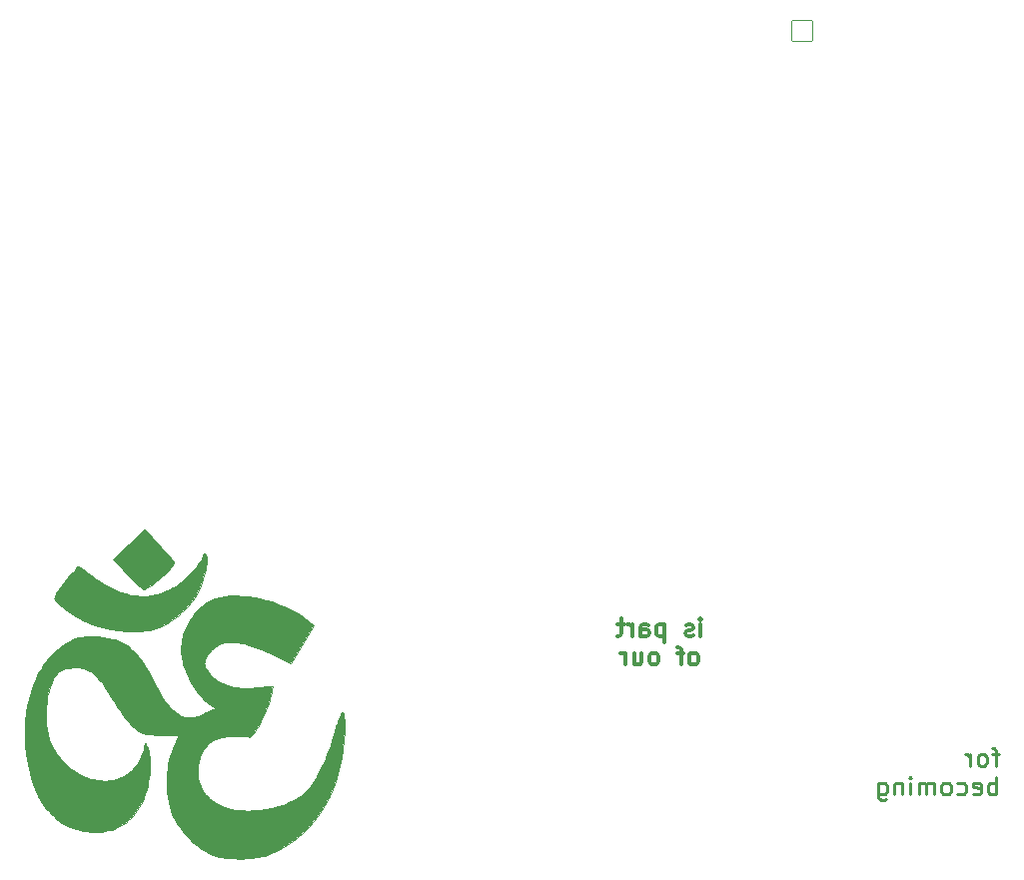
<source format=gbr>
G04 #@! TF.GenerationSoftware,KiCad,Pcbnew,(5.99.0-13010-g08938463f1)*
G04 #@! TF.CreationDate,2022-03-17T12:01:58-05:00*
G04 #@! TF.ProjectId,om,6f6d2e6b-6963-4616-945f-706362585858,v1.0.0*
G04 #@! TF.SameCoordinates,Original*
G04 #@! TF.FileFunction,Legend,Bot*
G04 #@! TF.FilePolarity,Positive*
%FSLAX46Y46*%
G04 Gerber Fmt 4.6, Leading zero omitted, Abs format (unit mm)*
G04 Created by KiCad (PCBNEW (5.99.0-13010-g08938463f1)) date 2022-03-17 12:01:58*
%MOMM*%
%LPD*%
G01*
G04 APERTURE LIST*
G04 Aperture macros list*
%AMRoundRect*
0 Rectangle with rounded corners*
0 $1 Rounding radius*
0 $2 $3 $4 $5 $6 $7 $8 $9 X,Y pos of 4 corners*
0 Add a 4 corners polygon primitive as box body*
4,1,4,$2,$3,$4,$5,$6,$7,$8,$9,$2,$3,0*
0 Add four circle primitives for the rounded corners*
1,1,$1+$1,$2,$3*
1,1,$1+$1,$4,$5*
1,1,$1+$1,$6,$7*
1,1,$1+$1,$8,$9*
0 Add four rect primitives between the rounded corners*
20,1,$1+$1,$2,$3,$4,$5,0*
20,1,$1+$1,$4,$5,$6,$7,0*
20,1,$1+$1,$6,$7,$8,$9,0*
20,1,$1+$1,$8,$9,$2,$3,0*%
G04 Aperture macros list end*
%ADD10C,0.079374*%
%ADD11C,0.250000*%
%ADD12C,0.300000*%
%ADD13R,1.752600X1.752600*%
%ADD14C,1.752600*%
%ADD15C,3.529000*%
%ADD16C,1.801800*%
%ADD17C,2.132000*%
%ADD18C,1.600000*%
%ADD19O,2.300000X1.700000*%
%ADD20RoundRect,0.050000X-0.876300X0.876300X-0.876300X-0.876300X0.876300X-0.876300X0.876300X0.876300X0*%
%ADD21C,1.852600*%
G04 APERTURE END LIST*
D10*
X174699067Y-142922292D02*
X174827528Y-142686038D01*
X174827528Y-142686038D02*
X174948726Y-142430219D01*
X174948726Y-142430219D02*
X175061733Y-142159638D01*
X175061733Y-142159638D02*
X175165621Y-141879096D01*
X175165621Y-141879096D02*
X175259463Y-141593397D01*
X175259463Y-141593397D02*
X175342331Y-141307344D01*
X175342331Y-141307344D02*
X175413297Y-141025740D01*
X175413297Y-141025740D02*
X175471432Y-140753387D01*
X175471432Y-140753387D02*
X175515810Y-140495088D01*
X175515810Y-140495088D02*
X175545503Y-140255646D01*
X175545503Y-140255646D02*
X175559582Y-140039865D01*
X175559582Y-140039865D02*
X175557120Y-139852547D01*
X175557120Y-139852547D02*
X175537189Y-139698494D01*
X175537189Y-139698494D02*
X175520383Y-139635443D01*
X175520383Y-139635443D02*
X175498862Y-139582510D01*
X175498862Y-139582510D02*
X175472509Y-139540294D01*
X175472509Y-139540294D02*
X175441210Y-139509397D01*
X175441210Y-139509397D02*
X175404847Y-139490419D01*
X175404847Y-139490419D02*
X175363305Y-139483959D01*
X175363305Y-139483959D02*
X175252851Y-139707514D01*
X175252851Y-139707514D02*
X175129512Y-139927749D01*
X175129512Y-139927749D02*
X174994021Y-140144381D01*
X174994021Y-140144381D02*
X174847113Y-140357124D01*
X174847113Y-140357124D02*
X174689521Y-140565693D01*
X174689521Y-140565693D02*
X174521979Y-140769805D01*
X174521979Y-140769805D02*
X174345220Y-140969175D01*
X174345220Y-140969175D02*
X174159977Y-141163518D01*
X174159977Y-141163518D02*
X173966985Y-141352550D01*
X173966985Y-141352550D02*
X173766976Y-141535986D01*
X173766976Y-141535986D02*
X173560685Y-141713541D01*
X173560685Y-141713541D02*
X173348846Y-141884932D01*
X173348846Y-141884932D02*
X173132190Y-142049873D01*
X173132190Y-142049873D02*
X172911454Y-142208080D01*
X172911454Y-142208080D02*
X172687369Y-142359268D01*
X172687369Y-142359268D02*
X172460669Y-142503154D01*
X172460669Y-142503154D02*
X172051188Y-142683804D01*
X172051188Y-142683804D02*
X171640735Y-142829660D01*
X171640735Y-142829660D02*
X171229057Y-142940673D01*
X171229057Y-142940673D02*
X170815897Y-143016792D01*
X170815897Y-143016792D02*
X170401001Y-143057969D01*
X170401001Y-143057969D02*
X169984114Y-143064155D01*
X169984114Y-143064155D02*
X169564981Y-143035301D01*
X169564981Y-143035301D02*
X169143347Y-142971357D01*
X169143347Y-142971357D02*
X168718957Y-142872274D01*
X168718957Y-142872274D02*
X168291556Y-142738004D01*
X168291556Y-142738004D02*
X167860888Y-142568497D01*
X167860888Y-142568497D02*
X167426699Y-142363704D01*
X167426699Y-142363704D02*
X166988734Y-142123575D01*
X166988734Y-142123575D02*
X166546737Y-141848062D01*
X166546737Y-141848062D02*
X166100454Y-141537116D01*
X166100454Y-141537116D02*
X165649630Y-141190687D01*
X165649630Y-141190687D02*
X165453666Y-141036674D01*
X165453666Y-141036674D02*
X165267706Y-140897165D01*
X165267706Y-140897165D02*
X165096043Y-140774915D01*
X165096043Y-140774915D02*
X164942973Y-140672678D01*
X164942973Y-140672678D02*
X164812791Y-140593211D01*
X164812791Y-140593211D02*
X164757625Y-140562876D01*
X164757625Y-140562876D02*
X164709791Y-140539267D01*
X164709791Y-140539267D02*
X164669826Y-140522728D01*
X164669826Y-140522728D02*
X164638267Y-140513603D01*
X164638267Y-140513603D02*
X164615650Y-140512236D01*
X164615650Y-140512236D02*
X164607864Y-140514570D01*
X164607864Y-140514570D02*
X164602514Y-140518973D01*
X164602514Y-140518973D02*
X164487082Y-140688854D01*
X164487082Y-140688854D02*
X164363187Y-140855519D01*
X164363187Y-140855519D02*
X164232462Y-141019676D01*
X164232462Y-141019676D02*
X164096539Y-141182032D01*
X164096539Y-141182032D02*
X163533503Y-141827609D01*
X163533503Y-141827609D02*
X163396068Y-141991581D01*
X163396068Y-141991581D02*
X163263227Y-142158000D01*
X163263227Y-142158000D02*
X163136611Y-142327574D01*
X163136611Y-142327574D02*
X163017854Y-142501011D01*
X163017854Y-142501011D02*
X162908586Y-142679019D01*
X162908586Y-142679019D02*
X162810439Y-142862306D01*
X162810439Y-142862306D02*
X162766047Y-142956150D01*
X162766047Y-142956150D02*
X162725047Y-143051579D01*
X162725047Y-143051579D02*
X162687643Y-143148682D01*
X162687643Y-143148682D02*
X162654040Y-143247548D01*
X162654040Y-143247548D02*
X162659632Y-143292069D01*
X162659632Y-143292069D02*
X162676122Y-143341244D01*
X162676122Y-143341244D02*
X162703081Y-143394788D01*
X162703081Y-143394788D02*
X162740081Y-143452413D01*
X162740081Y-143452413D02*
X162786692Y-143513834D01*
X162786692Y-143513834D02*
X162842488Y-143578763D01*
X162842488Y-143578763D02*
X162979914Y-143717999D01*
X162979914Y-143717999D02*
X163148931Y-143867832D01*
X163148931Y-143867832D02*
X163346109Y-144025966D01*
X163346109Y-144025966D02*
X163568020Y-144190112D01*
X163568020Y-144190112D02*
X163811234Y-144357975D01*
X163811234Y-144357975D02*
X164072324Y-144527263D01*
X164072324Y-144527263D02*
X164347859Y-144695685D01*
X164347859Y-144695685D02*
X164634410Y-144860947D01*
X164634410Y-144860947D02*
X164928550Y-145020758D01*
X164928550Y-145020758D02*
X165226849Y-145172824D01*
X165226849Y-145172824D02*
X165525878Y-145314853D01*
X165525878Y-145314853D02*
X165822208Y-145444553D01*
X165822208Y-145444553D02*
X166112411Y-145559632D01*
X166112411Y-145559632D02*
X166807333Y-145745692D01*
X166807333Y-145745692D02*
X167475225Y-145894161D01*
X167475225Y-145894161D02*
X168117356Y-146003067D01*
X168117356Y-146003067D02*
X168734999Y-146070440D01*
X168734999Y-146070440D02*
X169329423Y-146094312D01*
X169329423Y-146094312D02*
X169901899Y-146072710D01*
X169901899Y-146072710D02*
X170453697Y-146003666D01*
X170453697Y-146003666D02*
X170722240Y-145950738D01*
X170722240Y-145950738D02*
X170986090Y-145885210D01*
X170986090Y-145885210D02*
X171245405Y-145806836D01*
X171245405Y-145806836D02*
X171500346Y-145715370D01*
X171500346Y-145715370D02*
X171751070Y-145610566D01*
X171751070Y-145610566D02*
X171997737Y-145492178D01*
X171997737Y-145492178D02*
X172240505Y-145359959D01*
X172240505Y-145359959D02*
X172479533Y-145213663D01*
X172479533Y-145213663D02*
X172714980Y-145053044D01*
X172714980Y-145053044D02*
X172947005Y-144877855D01*
X172947005Y-144877855D02*
X173175767Y-144687850D01*
X173175767Y-144687850D02*
X173401424Y-144482784D01*
X173401424Y-144482784D02*
X173624135Y-144262409D01*
X173624135Y-144262409D02*
X173844060Y-144026480D01*
X173844060Y-144026480D02*
X174276184Y-143506972D01*
X174276184Y-143506972D02*
X174699067Y-142922292D01*
X174699067Y-142922292D02*
X174699067Y-142922292D01*
G36*
X175404847Y-139490419D02*
G01*
X175441210Y-139509397D01*
X175472509Y-139540294D01*
X175498862Y-139582510D01*
X175520383Y-139635443D01*
X175537189Y-139698494D01*
X175557120Y-139852547D01*
X175559582Y-140039865D01*
X175545503Y-140255646D01*
X175515810Y-140495088D01*
X175471432Y-140753387D01*
X175413297Y-141025740D01*
X175342331Y-141307344D01*
X175259463Y-141593397D01*
X175165621Y-141879096D01*
X175061733Y-142159638D01*
X174948726Y-142430219D01*
X174827528Y-142686038D01*
X174699067Y-142922292D01*
X174276184Y-143506972D01*
X173844060Y-144026480D01*
X173624135Y-144262409D01*
X173401424Y-144482784D01*
X173175767Y-144687850D01*
X172947005Y-144877855D01*
X172714980Y-145053044D01*
X172479533Y-145213663D01*
X172240505Y-145359959D01*
X171997737Y-145492178D01*
X171751070Y-145610566D01*
X171500346Y-145715370D01*
X171245405Y-145806836D01*
X170986090Y-145885210D01*
X170722240Y-145950738D01*
X170453697Y-146003666D01*
X169901899Y-146072710D01*
X169329423Y-146094312D01*
X168734999Y-146070440D01*
X168117356Y-146003067D01*
X167475225Y-145894161D01*
X166807333Y-145745692D01*
X166112411Y-145559632D01*
X165822208Y-145444553D01*
X165525878Y-145314853D01*
X165226849Y-145172824D01*
X164928550Y-145020758D01*
X164634410Y-144860947D01*
X164347859Y-144695685D01*
X164072324Y-144527263D01*
X163811234Y-144357975D01*
X163568020Y-144190112D01*
X163346109Y-144025966D01*
X163148931Y-143867832D01*
X162979914Y-143717999D01*
X162842488Y-143578763D01*
X162786692Y-143513834D01*
X162740081Y-143452413D01*
X162703081Y-143394788D01*
X162676122Y-143341244D01*
X162659632Y-143292069D01*
X162654040Y-143247548D01*
X162687643Y-143148682D01*
X162725047Y-143051579D01*
X162766047Y-142956150D01*
X162810439Y-142862306D01*
X162908586Y-142679019D01*
X163017854Y-142501011D01*
X163136611Y-142327574D01*
X163263227Y-142158000D01*
X163396068Y-141991581D01*
X163533503Y-141827609D01*
X164096539Y-141182032D01*
X164232462Y-141019676D01*
X164363187Y-140855519D01*
X164487082Y-140688854D01*
X164602514Y-140518973D01*
X164607864Y-140514570D01*
X164615650Y-140512236D01*
X164638267Y-140513603D01*
X164669826Y-140522728D01*
X164709791Y-140539267D01*
X164757625Y-140562876D01*
X164812791Y-140593211D01*
X164942973Y-140672678D01*
X165096043Y-140774915D01*
X165267706Y-140897165D01*
X165453666Y-141036674D01*
X165649630Y-141190687D01*
X166100454Y-141537116D01*
X166546737Y-141848062D01*
X166988734Y-142123575D01*
X167426699Y-142363704D01*
X167860888Y-142568497D01*
X168291556Y-142738004D01*
X168718957Y-142872274D01*
X169143347Y-142971357D01*
X169564981Y-143035301D01*
X169984114Y-143064155D01*
X170401001Y-143057969D01*
X170815897Y-143016792D01*
X171229057Y-142940673D01*
X171640735Y-142829660D01*
X172051188Y-142683804D01*
X172460669Y-142503154D01*
X172687369Y-142359268D01*
X172911454Y-142208080D01*
X173132190Y-142049873D01*
X173348846Y-141884932D01*
X173560685Y-141713541D01*
X173766976Y-141535986D01*
X173966985Y-141352550D01*
X174159977Y-141163518D01*
X174345220Y-140969175D01*
X174521979Y-140769805D01*
X174689521Y-140565693D01*
X174847113Y-140357124D01*
X174994021Y-140144381D01*
X175129512Y-139927749D01*
X175252851Y-139707514D01*
X175363305Y-139483959D01*
X175404847Y-139490419D01*
G37*
X175404847Y-139490419D02*
X175441210Y-139509397D01*
X175472509Y-139540294D01*
X175498862Y-139582510D01*
X175520383Y-139635443D01*
X175537189Y-139698494D01*
X175557120Y-139852547D01*
X175559582Y-140039865D01*
X175545503Y-140255646D01*
X175515810Y-140495088D01*
X175471432Y-140753387D01*
X175413297Y-141025740D01*
X175342331Y-141307344D01*
X175259463Y-141593397D01*
X175165621Y-141879096D01*
X175061733Y-142159638D01*
X174948726Y-142430219D01*
X174827528Y-142686038D01*
X174699067Y-142922292D01*
X174276184Y-143506972D01*
X173844060Y-144026480D01*
X173624135Y-144262409D01*
X173401424Y-144482784D01*
X173175767Y-144687850D01*
X172947005Y-144877855D01*
X172714980Y-145053044D01*
X172479533Y-145213663D01*
X172240505Y-145359959D01*
X171997737Y-145492178D01*
X171751070Y-145610566D01*
X171500346Y-145715370D01*
X171245405Y-145806836D01*
X170986090Y-145885210D01*
X170722240Y-145950738D01*
X170453697Y-146003666D01*
X169901899Y-146072710D01*
X169329423Y-146094312D01*
X168734999Y-146070440D01*
X168117356Y-146003067D01*
X167475225Y-145894161D01*
X166807333Y-145745692D01*
X166112411Y-145559632D01*
X165822208Y-145444553D01*
X165525878Y-145314853D01*
X165226849Y-145172824D01*
X164928550Y-145020758D01*
X164634410Y-144860947D01*
X164347859Y-144695685D01*
X164072324Y-144527263D01*
X163811234Y-144357975D01*
X163568020Y-144190112D01*
X163346109Y-144025966D01*
X163148931Y-143867832D01*
X162979914Y-143717999D01*
X162842488Y-143578763D01*
X162786692Y-143513834D01*
X162740081Y-143452413D01*
X162703081Y-143394788D01*
X162676122Y-143341244D01*
X162659632Y-143292069D01*
X162654040Y-143247548D01*
X162687643Y-143148682D01*
X162725047Y-143051579D01*
X162766047Y-142956150D01*
X162810439Y-142862306D01*
X162908586Y-142679019D01*
X163017854Y-142501011D01*
X163136611Y-142327574D01*
X163263227Y-142158000D01*
X163396068Y-141991581D01*
X163533503Y-141827609D01*
X164096539Y-141182032D01*
X164232462Y-141019676D01*
X164363187Y-140855519D01*
X164487082Y-140688854D01*
X164602514Y-140518973D01*
X164607864Y-140514570D01*
X164615650Y-140512236D01*
X164638267Y-140513603D01*
X164669826Y-140522728D01*
X164709791Y-140539267D01*
X164757625Y-140562876D01*
X164812791Y-140593211D01*
X164942973Y-140672678D01*
X165096043Y-140774915D01*
X165267706Y-140897165D01*
X165453666Y-141036674D01*
X165649630Y-141190687D01*
X166100454Y-141537116D01*
X166546737Y-141848062D01*
X166988734Y-142123575D01*
X167426699Y-142363704D01*
X167860888Y-142568497D01*
X168291556Y-142738004D01*
X168718957Y-142872274D01*
X169143347Y-142971357D01*
X169564981Y-143035301D01*
X169984114Y-143064155D01*
X170401001Y-143057969D01*
X170815897Y-143016792D01*
X171229057Y-142940673D01*
X171640735Y-142829660D01*
X172051188Y-142683804D01*
X172460669Y-142503154D01*
X172687369Y-142359268D01*
X172911454Y-142208080D01*
X173132190Y-142049873D01*
X173348846Y-141884932D01*
X173560685Y-141713541D01*
X173766976Y-141535986D01*
X173966985Y-141352550D01*
X174159977Y-141163518D01*
X174345220Y-140969175D01*
X174521979Y-140769805D01*
X174689521Y-140565693D01*
X174847113Y-140357124D01*
X174994021Y-140144381D01*
X175129512Y-139927749D01*
X175252851Y-139707514D01*
X175363305Y-139483959D01*
X175404847Y-139490419D01*
X180682113Y-164990610D02*
X180967316Y-164883045D01*
X180967316Y-164883045D02*
X181247502Y-164766030D01*
X181247502Y-164766030D02*
X181792452Y-164504105D01*
X181792452Y-164504105D02*
X182316222Y-164205742D01*
X182316222Y-164205742D02*
X182818072Y-163871847D01*
X182818072Y-163871847D02*
X183297261Y-163503327D01*
X183297261Y-163503327D02*
X183753049Y-163101089D01*
X183753049Y-163101089D02*
X184184697Y-162666040D01*
X184184697Y-162666040D02*
X184591463Y-162199086D01*
X184591463Y-162199086D02*
X184972606Y-161701133D01*
X184972606Y-161701133D02*
X185327388Y-161173089D01*
X185327388Y-161173089D02*
X185655067Y-160615861D01*
X185655067Y-160615861D02*
X185954903Y-160030354D01*
X185954903Y-160030354D02*
X186226155Y-159417476D01*
X186226155Y-159417476D02*
X186468084Y-158778133D01*
X186468084Y-158778133D02*
X186679948Y-158113233D01*
X186679948Y-158113233D02*
X186861008Y-157423681D01*
X186861008Y-157423681D02*
X186932674Y-157093232D01*
X186932674Y-157093232D02*
X186997379Y-156742550D01*
X186997379Y-156742550D02*
X187104977Y-156003419D01*
X187104977Y-156003419D02*
X187181952Y-155252156D01*
X187181952Y-155252156D02*
X187226452Y-154534630D01*
X187226452Y-154534630D02*
X187236627Y-153896710D01*
X187236627Y-153896710D02*
X187228264Y-153621935D01*
X187228264Y-153621935D02*
X187210626Y-153384263D01*
X187210626Y-153384263D02*
X187183480Y-153189426D01*
X187183480Y-153189426D02*
X187146597Y-153043158D01*
X187146597Y-153043158D02*
X187099743Y-152951192D01*
X187099743Y-152951192D02*
X187072506Y-152927365D01*
X187072506Y-152927365D02*
X187042689Y-152919263D01*
X187042689Y-152919263D02*
X187031819Y-152921501D01*
X187031819Y-152921501D02*
X187019910Y-152928140D01*
X187019910Y-152928140D02*
X187007006Y-152939072D01*
X187007006Y-152939072D02*
X186993149Y-152954187D01*
X186993149Y-152954187D02*
X186978379Y-152973375D01*
X186978379Y-152973375D02*
X186962740Y-152996526D01*
X186962740Y-152996526D02*
X186929020Y-153054280D01*
X186929020Y-153054280D02*
X186892324Y-153126571D01*
X186892324Y-153126571D02*
X186852987Y-153212523D01*
X186852987Y-153212523D02*
X186811346Y-153311258D01*
X186811346Y-153311258D02*
X186767735Y-153421898D01*
X186767735Y-153421898D02*
X186722490Y-153543568D01*
X186722490Y-153543568D02*
X186675947Y-153675388D01*
X186675947Y-153675388D02*
X186628441Y-153816483D01*
X186628441Y-153816483D02*
X186580307Y-153965975D01*
X186580307Y-153965975D02*
X186531882Y-154122986D01*
X186531882Y-154122986D02*
X186483501Y-154286639D01*
X186483501Y-154286639D02*
X186435499Y-154456057D01*
X186435499Y-154456057D02*
X186388212Y-154630363D01*
X186388212Y-154630363D02*
X186281344Y-155014839D01*
X186281344Y-155014839D02*
X186166050Y-155395167D01*
X186166050Y-155395167D02*
X186042942Y-155770075D01*
X186042942Y-155770075D02*
X185912631Y-156138293D01*
X185912631Y-156138293D02*
X185775728Y-156498553D01*
X185775728Y-156498553D02*
X185632845Y-156849582D01*
X185632845Y-156849582D02*
X185484593Y-157190112D01*
X185484593Y-157190112D02*
X185331583Y-157518871D01*
X185331583Y-157518871D02*
X185174427Y-157834591D01*
X185174427Y-157834591D02*
X185013735Y-158136000D01*
X185013735Y-158136000D02*
X184850120Y-158421829D01*
X184850120Y-158421829D02*
X184684192Y-158690807D01*
X184684192Y-158690807D02*
X184516563Y-158941664D01*
X184516563Y-158941664D02*
X184347844Y-159173131D01*
X184347844Y-159173131D02*
X184178646Y-159383936D01*
X184178646Y-159383936D02*
X184009581Y-159572810D01*
X184009581Y-159572810D02*
X183863039Y-159717391D01*
X183863039Y-159717391D02*
X183704250Y-159856252D01*
X183704250Y-159856252D02*
X183533905Y-159989278D01*
X183533905Y-159989278D02*
X183352695Y-160116355D01*
X183352695Y-160116355D02*
X182960450Y-160352200D01*
X182960450Y-160352200D02*
X182533048Y-160562866D01*
X182533048Y-160562866D02*
X182076024Y-160747434D01*
X182076024Y-160747434D02*
X181594913Y-160904982D01*
X181594913Y-160904982D02*
X181095248Y-161034592D01*
X181095248Y-161034592D02*
X180582564Y-161135343D01*
X180582564Y-161135343D02*
X180062395Y-161206314D01*
X180062395Y-161206314D02*
X179540276Y-161246586D01*
X179540276Y-161246586D02*
X179021740Y-161255239D01*
X179021740Y-161255239D02*
X178512323Y-161231351D01*
X178512323Y-161231351D02*
X178017557Y-161174004D01*
X178017557Y-161174004D02*
X177542978Y-161082277D01*
X177542978Y-161082277D02*
X177314988Y-161023233D01*
X177314988Y-161023233D02*
X177094119Y-160955249D01*
X177094119Y-160955249D02*
X176881065Y-160878211D01*
X176881065Y-160878211D02*
X176676516Y-160792002D01*
X176676516Y-160792002D02*
X176523578Y-160718234D01*
X176523578Y-160718234D02*
X176376505Y-160638577D01*
X176376505Y-160638577D02*
X176235373Y-160553230D01*
X176235373Y-160553230D02*
X176100255Y-160462392D01*
X176100255Y-160462392D02*
X175971227Y-160366263D01*
X175971227Y-160366263D02*
X175848364Y-160265040D01*
X175848364Y-160265040D02*
X175731741Y-160158925D01*
X175731741Y-160158925D02*
X175621431Y-160048115D01*
X175621431Y-160048115D02*
X175517511Y-159932810D01*
X175517511Y-159932810D02*
X175420055Y-159813209D01*
X175420055Y-159813209D02*
X175329138Y-159689511D01*
X175329138Y-159689511D02*
X175244834Y-159561916D01*
X175244834Y-159561916D02*
X175167220Y-159430623D01*
X175167220Y-159430623D02*
X175096368Y-159295830D01*
X175096368Y-159295830D02*
X175032355Y-159157737D01*
X175032355Y-159157737D02*
X174975255Y-159016543D01*
X174975255Y-159016543D02*
X174925143Y-158872448D01*
X174925143Y-158872448D02*
X174882093Y-158725649D01*
X174882093Y-158725649D02*
X174846181Y-158576348D01*
X174846181Y-158576348D02*
X174817482Y-158424742D01*
X174817482Y-158424742D02*
X174796070Y-158271031D01*
X174796070Y-158271031D02*
X174782021Y-158115415D01*
X174782021Y-158115415D02*
X174775408Y-157958091D01*
X174775408Y-157958091D02*
X174776307Y-157799260D01*
X174776307Y-157799260D02*
X174784793Y-157639121D01*
X174784793Y-157639121D02*
X174800941Y-157477872D01*
X174800941Y-157477872D02*
X174824825Y-157315714D01*
X174824825Y-157315714D02*
X174856520Y-157152844D01*
X174856520Y-157152844D02*
X174896101Y-156989463D01*
X174896101Y-156989463D02*
X174943643Y-156825769D01*
X174943643Y-156825769D02*
X174999222Y-156661962D01*
X174999222Y-156661962D02*
X175062910Y-156498240D01*
X175062910Y-156498240D02*
X175117367Y-156374437D01*
X175117367Y-156374437D02*
X175176047Y-156255869D01*
X175176047Y-156255869D02*
X175239020Y-156142510D01*
X175239020Y-156142510D02*
X175306356Y-156034335D01*
X175306356Y-156034335D02*
X175378126Y-155931320D01*
X175378126Y-155931320D02*
X175454401Y-155833439D01*
X175454401Y-155833439D02*
X175535250Y-155740668D01*
X175535250Y-155740668D02*
X175620745Y-155652980D01*
X175620745Y-155652980D02*
X175710955Y-155570352D01*
X175710955Y-155570352D02*
X175805951Y-155492757D01*
X175805951Y-155492757D02*
X175905804Y-155420172D01*
X175905804Y-155420172D02*
X176010584Y-155352571D01*
X176010584Y-155352571D02*
X176120360Y-155289928D01*
X176120360Y-155289928D02*
X176235205Y-155232220D01*
X176235205Y-155232220D02*
X176355188Y-155179420D01*
X176355188Y-155179420D02*
X176480379Y-155131504D01*
X176480379Y-155131504D02*
X176610850Y-155088446D01*
X176610850Y-155088446D02*
X176746670Y-155050222D01*
X176746670Y-155050222D02*
X176887909Y-155016807D01*
X176887909Y-155016807D02*
X177034639Y-154988175D01*
X177034639Y-154988175D02*
X177186930Y-154964302D01*
X177186930Y-154964302D02*
X177344852Y-154945161D01*
X177344852Y-154945161D02*
X177508475Y-154930730D01*
X177508475Y-154930730D02*
X177677871Y-154920981D01*
X177677871Y-154920981D02*
X177853108Y-154915891D01*
X177853108Y-154915891D02*
X178034259Y-154915433D01*
X178034259Y-154915433D02*
X178221393Y-154919584D01*
X178221393Y-154919584D02*
X178414580Y-154928318D01*
X178414580Y-154928318D02*
X178613892Y-154941610D01*
X178613892Y-154941610D02*
X178819398Y-154959435D01*
X178819398Y-154959435D02*
X179031169Y-154981767D01*
X179031169Y-154981767D02*
X179249275Y-155008582D01*
X179249275Y-155008582D02*
X179312336Y-154936271D01*
X179312336Y-154936271D02*
X179385818Y-154846650D01*
X179385818Y-154846650D02*
X179482516Y-154722065D01*
X179482516Y-154722065D02*
X179598867Y-154563030D01*
X179598867Y-154563030D02*
X179731309Y-154370055D01*
X179731309Y-154370055D02*
X179876278Y-154143651D01*
X179876278Y-154143651D02*
X180030211Y-153884330D01*
X180030211Y-153884330D02*
X180189544Y-153592603D01*
X180189544Y-153592603D02*
X180270123Y-153434747D01*
X180270123Y-153434747D02*
X180350716Y-153268981D01*
X180350716Y-153268981D02*
X180430878Y-153095370D01*
X180430878Y-153095370D02*
X180510163Y-152913976D01*
X180510163Y-152913976D02*
X180588126Y-152724865D01*
X180588126Y-152724865D02*
X180664321Y-152528100D01*
X180664321Y-152528100D02*
X180738304Y-152323744D01*
X180738304Y-152323744D02*
X180809628Y-152111862D01*
X180809628Y-152111862D02*
X180877849Y-151892518D01*
X180877849Y-151892518D02*
X180942521Y-151665775D01*
X180942521Y-151665775D02*
X181003198Y-151431697D01*
X181003198Y-151431697D02*
X181059435Y-151190349D01*
X181059435Y-151190349D02*
X181110787Y-150941795D01*
X181110787Y-150941795D02*
X181156809Y-150686097D01*
X181156809Y-150686097D02*
X179674008Y-150820553D01*
X179674008Y-150820553D02*
X179344324Y-150844408D01*
X179344324Y-150844408D02*
X179025204Y-150855306D01*
X179025204Y-150855306D02*
X178716956Y-150853337D01*
X178716956Y-150853337D02*
X178419889Y-150838591D01*
X178419889Y-150838591D02*
X178134314Y-150811159D01*
X178134314Y-150811159D02*
X177860538Y-150771131D01*
X177860538Y-150771131D02*
X177598872Y-150718599D01*
X177598872Y-150718599D02*
X177349624Y-150653652D01*
X177349624Y-150653652D02*
X177113104Y-150576382D01*
X177113104Y-150576382D02*
X176889620Y-150486878D01*
X176889620Y-150486878D02*
X176679482Y-150385231D01*
X176679482Y-150385231D02*
X176482999Y-150271532D01*
X176482999Y-150271532D02*
X176300480Y-150145871D01*
X176300480Y-150145871D02*
X176132235Y-150008338D01*
X176132235Y-150008338D02*
X175978572Y-149859026D01*
X175978572Y-149859026D02*
X175839801Y-149698023D01*
X175839801Y-149698023D02*
X175724377Y-149547015D01*
X175724377Y-149547015D02*
X175624767Y-149406501D01*
X175624767Y-149406501D02*
X175541038Y-149274955D01*
X175541038Y-149274955D02*
X175505149Y-149212070D01*
X175505149Y-149212070D02*
X175473256Y-149150856D01*
X175473256Y-149150856D02*
X175445367Y-149091122D01*
X175445367Y-149091122D02*
X175421490Y-149032678D01*
X175421490Y-149032678D02*
X175401634Y-148975334D01*
X175401634Y-148975334D02*
X175385806Y-148918899D01*
X175385806Y-148918899D02*
X175374016Y-148863182D01*
X175374016Y-148863182D02*
X175366271Y-148807994D01*
X175366271Y-148807994D02*
X175362580Y-148753143D01*
X175362580Y-148753143D02*
X175362952Y-148698439D01*
X175362952Y-148698439D02*
X175367394Y-148643693D01*
X175367394Y-148643693D02*
X175375916Y-148588712D01*
X175375916Y-148588712D02*
X175388525Y-148533308D01*
X175388525Y-148533308D02*
X175405230Y-148477289D01*
X175405230Y-148477289D02*
X175426039Y-148420465D01*
X175426039Y-148420465D02*
X175450961Y-148362645D01*
X175450961Y-148362645D02*
X175480004Y-148303639D01*
X175480004Y-148303639D02*
X175513177Y-148243257D01*
X175513177Y-148243257D02*
X175550487Y-148181308D01*
X175550487Y-148181308D02*
X175591943Y-148117602D01*
X175591943Y-148117602D02*
X175687328Y-147984155D01*
X175687328Y-147984155D02*
X175799399Y-147841394D01*
X175799399Y-147841394D02*
X175928221Y-147687793D01*
X175928221Y-147687793D02*
X176029720Y-147577209D01*
X176029720Y-147577209D02*
X176136343Y-147475673D01*
X176136343Y-147475673D02*
X176248293Y-147383219D01*
X176248293Y-147383219D02*
X176365772Y-147299881D01*
X176365772Y-147299881D02*
X176488981Y-147225691D01*
X176488981Y-147225691D02*
X176618122Y-147160683D01*
X176618122Y-147160683D02*
X176753398Y-147104890D01*
X176753398Y-147104890D02*
X176895010Y-147058344D01*
X176895010Y-147058344D02*
X177043161Y-147021079D01*
X177043161Y-147021079D02*
X177198051Y-146993129D01*
X177198051Y-146993129D02*
X177359884Y-146974525D01*
X177359884Y-146974525D02*
X177528862Y-146965302D01*
X177528862Y-146965302D02*
X177705185Y-146965492D01*
X177705185Y-146965492D02*
X177889056Y-146975129D01*
X177889056Y-146975129D02*
X178080678Y-146994246D01*
X178080678Y-146994246D02*
X178280251Y-147022875D01*
X178280251Y-147022875D02*
X178487978Y-147061051D01*
X178487978Y-147061051D02*
X178704062Y-147108805D01*
X178704062Y-147108805D02*
X178928703Y-147166171D01*
X178928703Y-147166171D02*
X179162104Y-147233183D01*
X179162104Y-147233183D02*
X179404466Y-147309873D01*
X179404466Y-147309873D02*
X179655993Y-147396275D01*
X179655993Y-147396275D02*
X180187344Y-147598346D01*
X180187344Y-147598346D02*
X180757774Y-147839660D01*
X180757774Y-147839660D02*
X181368898Y-148120483D01*
X181368898Y-148120483D02*
X182022332Y-148441080D01*
X182022332Y-148441080D02*
X182719690Y-148801716D01*
X182719690Y-148801716D02*
X184656832Y-145554481D01*
X184656832Y-145554481D02*
X183844707Y-144935040D01*
X183844707Y-144935040D02*
X183446284Y-144653238D01*
X183446284Y-144653238D02*
X183017163Y-144390602D01*
X183017163Y-144390602D02*
X182561771Y-144148104D01*
X182561771Y-144148104D02*
X182084532Y-143926715D01*
X182084532Y-143926715D02*
X181589873Y-143727408D01*
X181589873Y-143727408D02*
X181082219Y-143551154D01*
X181082219Y-143551154D02*
X180565997Y-143398926D01*
X180565997Y-143398926D02*
X180045631Y-143271695D01*
X180045631Y-143271695D02*
X179525547Y-143170434D01*
X179525547Y-143170434D02*
X179010172Y-143096114D01*
X179010172Y-143096114D02*
X178503931Y-143049707D01*
X178503931Y-143049707D02*
X178011250Y-143032185D01*
X178011250Y-143032185D02*
X177536554Y-143044520D01*
X177536554Y-143044520D02*
X177084269Y-143087683D01*
X177084269Y-143087683D02*
X176658820Y-143162648D01*
X176658820Y-143162648D02*
X176264635Y-143270385D01*
X176264635Y-143270385D02*
X176094365Y-143332253D01*
X176094365Y-143332253D02*
X175927173Y-143404237D01*
X175927173Y-143404237D02*
X175763282Y-143485940D01*
X175763282Y-143485940D02*
X175602914Y-143576964D01*
X175602914Y-143576964D02*
X175446292Y-143676912D01*
X175446292Y-143676912D02*
X175293640Y-143785387D01*
X175293640Y-143785387D02*
X175145179Y-143901990D01*
X175145179Y-143901990D02*
X175001133Y-144026326D01*
X175001133Y-144026326D02*
X174861724Y-144157996D01*
X174861724Y-144157996D02*
X174727175Y-144296603D01*
X174727175Y-144296603D02*
X174597708Y-144441750D01*
X174597708Y-144441750D02*
X174473547Y-144593039D01*
X174473547Y-144593039D02*
X174354914Y-144750072D01*
X174354914Y-144750072D02*
X174242031Y-144912454D01*
X174242031Y-144912454D02*
X174135123Y-145079785D01*
X174135123Y-145079785D02*
X174034410Y-145251669D01*
X174034410Y-145251669D02*
X173940116Y-145427708D01*
X173940116Y-145427708D02*
X173852464Y-145607505D01*
X173852464Y-145607505D02*
X173771676Y-145790663D01*
X173771676Y-145790663D02*
X173697975Y-145976784D01*
X173697975Y-145976784D02*
X173631584Y-146165471D01*
X173631584Y-146165471D02*
X173572726Y-146356326D01*
X173572726Y-146356326D02*
X173521623Y-146548952D01*
X173521623Y-146548952D02*
X173478498Y-146742952D01*
X173478498Y-146742952D02*
X173443573Y-146937928D01*
X173443573Y-146937928D02*
X173417072Y-147133483D01*
X173417072Y-147133483D02*
X173399217Y-147329219D01*
X173399217Y-147329219D02*
X173390231Y-147524739D01*
X173390231Y-147524739D02*
X173390337Y-147719646D01*
X173390337Y-147719646D02*
X173399757Y-147913542D01*
X173399757Y-147913542D02*
X173418714Y-148106030D01*
X173418714Y-148106030D02*
X173447430Y-148296713D01*
X173447430Y-148296713D02*
X173502696Y-148559092D01*
X173502696Y-148559092D02*
X173576356Y-148831489D01*
X173576356Y-148831489D02*
X173666796Y-149111082D01*
X173666796Y-149111082D02*
X173772398Y-149395048D01*
X173772398Y-149395048D02*
X173891547Y-149680565D01*
X173891547Y-149680565D02*
X174022628Y-149964809D01*
X174022628Y-149964809D02*
X174164023Y-150244958D01*
X174164023Y-150244958D02*
X174314117Y-150518189D01*
X174314117Y-150518189D02*
X174471294Y-150781679D01*
X174471294Y-150781679D02*
X174633938Y-151032606D01*
X174633938Y-151032606D02*
X174800434Y-151268148D01*
X174800434Y-151268148D02*
X174969164Y-151485480D01*
X174969164Y-151485480D02*
X175138513Y-151681782D01*
X175138513Y-151681782D02*
X175306865Y-151854229D01*
X175306865Y-151854229D02*
X175472604Y-151999999D01*
X175472604Y-151999999D02*
X175634114Y-152116270D01*
X175634114Y-152116270D02*
X176364766Y-152578886D01*
X176364766Y-152578886D02*
X175355522Y-153033990D01*
X175355522Y-153033990D02*
X175196669Y-153102480D01*
X175196669Y-153102480D02*
X175041570Y-153162884D01*
X175041570Y-153162884D02*
X174890066Y-153215113D01*
X174890066Y-153215113D02*
X174741997Y-153259075D01*
X174741997Y-153259075D02*
X174597204Y-153294682D01*
X174597204Y-153294682D02*
X174455527Y-153321843D01*
X174455527Y-153321843D02*
X174316807Y-153340467D01*
X174316807Y-153340467D02*
X174180883Y-153350465D01*
X174180883Y-153350465D02*
X174047596Y-153351746D01*
X174047596Y-153351746D02*
X173916786Y-153344221D01*
X173916786Y-153344221D02*
X173788295Y-153327799D01*
X173788295Y-153327799D02*
X173661961Y-153302389D01*
X173661961Y-153302389D02*
X173537625Y-153267903D01*
X173537625Y-153267903D02*
X173415129Y-153224249D01*
X173415129Y-153224249D02*
X173294311Y-153171338D01*
X173294311Y-153171338D02*
X173175013Y-153109079D01*
X173175013Y-153109079D02*
X173057075Y-153037382D01*
X173057075Y-153037382D02*
X172940336Y-152956157D01*
X172940336Y-152956157D02*
X172824638Y-152865315D01*
X172824638Y-152865315D02*
X172709821Y-152764764D01*
X172709821Y-152764764D02*
X172595725Y-152654414D01*
X172595725Y-152654414D02*
X172482191Y-152534176D01*
X172482191Y-152534176D02*
X172369058Y-152403960D01*
X172369058Y-152403960D02*
X172256167Y-152263674D01*
X172256167Y-152263674D02*
X172143359Y-152113230D01*
X172143359Y-152113230D02*
X172030474Y-151952536D01*
X172030474Y-151952536D02*
X171803833Y-151600041D01*
X171803833Y-151600041D02*
X171574967Y-151205467D01*
X171574967Y-151205467D02*
X171342600Y-150768094D01*
X171342600Y-150768094D02*
X171024631Y-150161896D01*
X171024631Y-150161896D02*
X170717850Y-149612147D01*
X170717850Y-149612147D02*
X170419185Y-149116447D01*
X170419185Y-149116447D02*
X170125567Y-148672399D01*
X170125567Y-148672399D02*
X169833923Y-148277604D01*
X169833923Y-148277604D02*
X169541183Y-147929662D01*
X169541183Y-147929662D02*
X169393443Y-147772511D01*
X169393443Y-147772511D02*
X169244277Y-147626175D01*
X169244277Y-147626175D02*
X169093301Y-147490352D01*
X169093301Y-147490352D02*
X168940132Y-147364744D01*
X168940132Y-147364744D02*
X168784386Y-147249050D01*
X168784386Y-147249050D02*
X168625679Y-147142971D01*
X168625679Y-147142971D02*
X168463627Y-147046206D01*
X168463627Y-147046206D02*
X168297846Y-146958456D01*
X168297846Y-146958456D02*
X168127952Y-146879421D01*
X168127952Y-146879421D02*
X167953562Y-146808801D01*
X167953562Y-146808801D02*
X167774292Y-146746296D01*
X167774292Y-146746296D02*
X167589757Y-146691607D01*
X167589757Y-146691607D02*
X167203360Y-146604475D01*
X167203360Y-146604475D02*
X166791299Y-146545007D01*
X166791299Y-146545007D02*
X166350503Y-146510804D01*
X166350503Y-146510804D02*
X165877903Y-146499466D01*
X165877903Y-146499466D02*
X165658844Y-146500742D01*
X165658844Y-146500742D02*
X165456323Y-146505582D01*
X165456323Y-146505582D02*
X165268530Y-146514519D01*
X165268530Y-146514519D02*
X165093652Y-146528088D01*
X165093652Y-146528088D02*
X164929877Y-146546823D01*
X164929877Y-146546823D02*
X164775393Y-146571258D01*
X164775393Y-146571258D02*
X164628389Y-146601927D01*
X164628389Y-146601927D02*
X164487051Y-146639364D01*
X164487051Y-146639364D02*
X164349570Y-146684103D01*
X164349570Y-146684103D02*
X164214131Y-146736678D01*
X164214131Y-146736678D02*
X164078924Y-146797623D01*
X164078924Y-146797623D02*
X163942137Y-146867472D01*
X163942137Y-146867472D02*
X163801957Y-146946760D01*
X163801957Y-146946760D02*
X163656572Y-147036019D01*
X163656572Y-147036019D02*
X163504172Y-147135785D01*
X163504172Y-147135785D02*
X163342943Y-147246592D01*
X163342943Y-147246592D02*
X163138451Y-147396802D01*
X163138451Y-147396802D02*
X162939949Y-147556517D01*
X162939949Y-147556517D02*
X162747523Y-147725510D01*
X162747523Y-147725510D02*
X162561257Y-147903557D01*
X162561257Y-147903557D02*
X162381234Y-148090433D01*
X162381234Y-148090433D02*
X162207541Y-148285911D01*
X162207541Y-148285911D02*
X162040260Y-148489768D01*
X162040260Y-148489768D02*
X161879478Y-148701776D01*
X161879478Y-148701776D02*
X161725278Y-148921712D01*
X161725278Y-148921712D02*
X161577744Y-149149350D01*
X161577744Y-149149350D02*
X161436962Y-149384465D01*
X161436962Y-149384465D02*
X161303016Y-149626831D01*
X161303016Y-149626831D02*
X161055969Y-150132416D01*
X161055969Y-150132416D02*
X160837279Y-150664303D01*
X160837279Y-150664303D02*
X160647624Y-151220689D01*
X160647624Y-151220689D02*
X160487678Y-151799773D01*
X160487678Y-151799773D02*
X160358118Y-152399752D01*
X160358118Y-152399752D02*
X160259621Y-153018823D01*
X160259621Y-153018823D02*
X160192861Y-153655185D01*
X160192861Y-153655185D02*
X160158517Y-154307036D01*
X160158517Y-154307036D02*
X160157262Y-154972572D01*
X160157262Y-154972572D02*
X160189775Y-155649992D01*
X160189775Y-155649992D02*
X160274113Y-156493204D01*
X160274113Y-156493204D02*
X160400668Y-157292448D01*
X160400668Y-157292448D02*
X160568318Y-158046286D01*
X160568318Y-158046286D02*
X160775936Y-158753277D01*
X160775936Y-158753277D02*
X161022399Y-159411982D01*
X161022399Y-159411982D02*
X161306584Y-160020961D01*
X161306584Y-160020961D02*
X161627364Y-160578775D01*
X161627364Y-160578775D02*
X161983617Y-161083984D01*
X161983617Y-161083984D02*
X162174694Y-161316411D01*
X162174694Y-161316411D02*
X162374218Y-161535148D01*
X162374218Y-161535148D02*
X162582047Y-161740013D01*
X162582047Y-161740013D02*
X162798042Y-161930827D01*
X162798042Y-161930827D02*
X163022062Y-162107410D01*
X163022062Y-162107410D02*
X163253966Y-162269583D01*
X163253966Y-162269583D02*
X163493614Y-162417164D01*
X163493614Y-162417164D02*
X163740865Y-162549975D01*
X163740865Y-162549975D02*
X163995579Y-162667834D01*
X163995579Y-162667834D02*
X164257615Y-162770563D01*
X164257615Y-162770563D02*
X164526832Y-162857981D01*
X164526832Y-162857981D02*
X164803091Y-162929909D01*
X164803091Y-162929909D02*
X165086251Y-162986166D01*
X165086251Y-162986166D02*
X165376170Y-163026572D01*
X165376170Y-163026572D02*
X165672709Y-163050948D01*
X165672709Y-163050948D02*
X165975727Y-163059113D01*
X165975727Y-163059113D02*
X166304462Y-163051692D01*
X166304462Y-163051692D02*
X166618851Y-163029216D01*
X166618851Y-163029216D02*
X166919484Y-162991364D01*
X166919484Y-162991364D02*
X167206948Y-162937817D01*
X167206948Y-162937817D02*
X167481832Y-162868254D01*
X167481832Y-162868254D02*
X167744723Y-162782356D01*
X167744723Y-162782356D02*
X167996209Y-162679803D01*
X167996209Y-162679803D02*
X168236880Y-162560274D01*
X168236880Y-162560274D02*
X168467321Y-162423450D01*
X168467321Y-162423450D02*
X168688123Y-162269011D01*
X168688123Y-162269011D02*
X168899873Y-162096636D01*
X168899873Y-162096636D02*
X169103158Y-161906006D01*
X169103158Y-161906006D02*
X169298568Y-161696800D01*
X169298568Y-161696800D02*
X169486689Y-161468699D01*
X169486689Y-161468699D02*
X169668111Y-161221383D01*
X169668111Y-161221383D02*
X169843421Y-160954531D01*
X169843421Y-160954531D02*
X169989597Y-160697226D01*
X169989597Y-160697226D02*
X170124809Y-160414097D01*
X170124809Y-160414097D02*
X170248494Y-160109114D01*
X170248494Y-160109114D02*
X170360089Y-159786244D01*
X170360089Y-159786244D02*
X170459031Y-159449457D01*
X170459031Y-159449457D02*
X170544758Y-159102720D01*
X170544758Y-159102720D02*
X170616708Y-158750003D01*
X170616708Y-158750003D02*
X170674316Y-158395274D01*
X170674316Y-158395274D02*
X170717021Y-158042501D01*
X170717021Y-158042501D02*
X170744260Y-157695652D01*
X170744260Y-157695652D02*
X170755470Y-157358697D01*
X170755470Y-157358697D02*
X170750088Y-157035604D01*
X170750088Y-157035604D02*
X170727551Y-156730341D01*
X170727551Y-156730341D02*
X170687298Y-156446877D01*
X170687298Y-156446877D02*
X170628764Y-156189180D01*
X170628764Y-156189180D02*
X170551387Y-155961219D01*
X170551387Y-155961219D02*
X170476165Y-155782426D01*
X170476165Y-155782426D02*
X170444390Y-155711170D01*
X170444390Y-155711170D02*
X170416200Y-155651868D01*
X170416200Y-155651868D02*
X170391366Y-155604415D01*
X170391366Y-155604415D02*
X170369659Y-155568706D01*
X170369659Y-155568706D02*
X170359905Y-155555223D01*
X170359905Y-155555223D02*
X170350848Y-155544636D01*
X170350848Y-155544636D02*
X170342457Y-155536933D01*
X170342457Y-155536933D02*
X170334704Y-155532101D01*
X170334704Y-155532101D02*
X170327560Y-155530126D01*
X170327560Y-155530126D02*
X170320998Y-155530995D01*
X170320998Y-155530995D02*
X170314987Y-155534696D01*
X170314987Y-155534696D02*
X170309500Y-155541214D01*
X170309500Y-155541214D02*
X170304507Y-155550538D01*
X170304507Y-155550538D02*
X170299981Y-155562653D01*
X170299981Y-155562653D02*
X170292211Y-155595207D01*
X170292211Y-155595207D02*
X170285961Y-155638770D01*
X170285961Y-155638770D02*
X170281002Y-155693238D01*
X170281002Y-155693238D02*
X170277103Y-155758507D01*
X170277103Y-155758507D02*
X170274036Y-155834470D01*
X170274036Y-155834470D02*
X170268980Y-155910601D01*
X170268980Y-155910601D02*
X170258943Y-155989402D01*
X170258943Y-155989402D02*
X170224625Y-156154016D01*
X170224625Y-156154016D02*
X170172480Y-156326317D01*
X170172480Y-156326317D02*
X170103904Y-156504308D01*
X170103904Y-156504308D02*
X170020297Y-156685992D01*
X170020297Y-156685992D02*
X169923055Y-156869371D01*
X169923055Y-156869371D02*
X169813577Y-157052450D01*
X169813577Y-157052450D02*
X169693260Y-157233230D01*
X169693260Y-157233230D02*
X169563503Y-157409716D01*
X169563503Y-157409716D02*
X169425701Y-157579911D01*
X169425701Y-157579911D02*
X169281254Y-157741817D01*
X169281254Y-157741817D02*
X169131560Y-157893437D01*
X169131560Y-157893437D02*
X168978015Y-158032775D01*
X168978015Y-158032775D02*
X168822017Y-158157834D01*
X168822017Y-158157834D02*
X168664965Y-158266617D01*
X168664965Y-158266617D02*
X168508256Y-158357127D01*
X168508256Y-158357127D02*
X168314266Y-158449193D01*
X168314266Y-158449193D02*
X168115551Y-158527516D01*
X168115551Y-158527516D02*
X167912599Y-158592317D01*
X167912599Y-158592317D02*
X167705896Y-158643817D01*
X167705896Y-158643817D02*
X167495930Y-158682237D01*
X167495930Y-158682237D02*
X167283188Y-158707796D01*
X167283188Y-158707796D02*
X167068159Y-158720716D01*
X167068159Y-158720716D02*
X166851328Y-158721217D01*
X166851328Y-158721217D02*
X166633183Y-158709519D01*
X166633183Y-158709519D02*
X166414212Y-158685843D01*
X166414212Y-158685843D02*
X166194903Y-158650411D01*
X166194903Y-158650411D02*
X165975741Y-158603441D01*
X165975741Y-158603441D02*
X165757216Y-158545155D01*
X165757216Y-158545155D02*
X165539813Y-158475773D01*
X165539813Y-158475773D02*
X165324020Y-158395516D01*
X165324020Y-158395516D02*
X165110326Y-158304605D01*
X165110326Y-158304605D02*
X164899216Y-158203260D01*
X164899216Y-158203260D02*
X164691178Y-158091701D01*
X164691178Y-158091701D02*
X164486701Y-157970149D01*
X164486701Y-157970149D02*
X164286270Y-157838825D01*
X164286270Y-157838825D02*
X164090373Y-157697949D01*
X164090373Y-157697949D02*
X163899499Y-157547742D01*
X163899499Y-157547742D02*
X163714133Y-157388424D01*
X163714133Y-157388424D02*
X163534763Y-157220216D01*
X163534763Y-157220216D02*
X163361878Y-157043338D01*
X163361878Y-157043338D02*
X163195963Y-156858012D01*
X163195963Y-156858012D02*
X163037506Y-156664457D01*
X163037506Y-156664457D02*
X162886995Y-156462894D01*
X162886995Y-156462894D02*
X162744917Y-156253543D01*
X162744917Y-156253543D02*
X162611760Y-156036626D01*
X162611760Y-156036626D02*
X162488010Y-155812363D01*
X162488010Y-155812363D02*
X162374155Y-155580974D01*
X162374155Y-155580974D02*
X162224735Y-155204789D01*
X162224735Y-155204789D02*
X162106126Y-154794210D01*
X162106126Y-154794210D02*
X162017425Y-154356251D01*
X162017425Y-154356251D02*
X161957728Y-153897926D01*
X161957728Y-153897926D02*
X161926131Y-153426251D01*
X161926131Y-153426251D02*
X161921732Y-152948240D01*
X161921732Y-152948240D02*
X161943627Y-152470908D01*
X161943627Y-152470908D02*
X161990912Y-152001270D01*
X161990912Y-152001270D02*
X162062685Y-151546341D01*
X162062685Y-151546341D02*
X162158041Y-151113135D01*
X162158041Y-151113135D02*
X162276078Y-150708667D01*
X162276078Y-150708667D02*
X162415891Y-150339953D01*
X162415891Y-150339953D02*
X162576578Y-150014006D01*
X162576578Y-150014006D02*
X162664467Y-149869262D01*
X162664467Y-149869262D02*
X162757236Y-149737842D01*
X162757236Y-149737842D02*
X162854771Y-149620620D01*
X162854771Y-149620620D02*
X162956960Y-149518475D01*
X162956960Y-149518475D02*
X163063690Y-149432282D01*
X163063690Y-149432282D02*
X163174847Y-149362920D01*
X163174847Y-149362920D02*
X163226510Y-149337850D01*
X163226510Y-149337850D02*
X163286180Y-149313483D01*
X163286180Y-149313483D02*
X163353146Y-149289946D01*
X163353146Y-149289946D02*
X163426697Y-149267363D01*
X163426697Y-149267363D02*
X163506118Y-149245862D01*
X163506118Y-149245862D02*
X163590700Y-149225569D01*
X163590700Y-149225569D02*
X163679729Y-149206610D01*
X163679729Y-149206610D02*
X163772493Y-149189111D01*
X163772493Y-149189111D02*
X163868280Y-149173198D01*
X163868280Y-149173198D02*
X163966379Y-149158997D01*
X163966379Y-149158997D02*
X164066076Y-149146635D01*
X164066076Y-149146635D02*
X164166660Y-149136237D01*
X164166660Y-149136237D02*
X164267420Y-149127931D01*
X164267420Y-149127931D02*
X164367641Y-149121841D01*
X164367641Y-149121841D02*
X164466614Y-149118095D01*
X164466614Y-149118095D02*
X164563624Y-149116818D01*
X164563624Y-149116818D02*
X164664775Y-149119122D01*
X164664775Y-149119122D02*
X164764664Y-149126097D01*
X164764664Y-149126097D02*
X164863398Y-149137840D01*
X164863398Y-149137840D02*
X164961083Y-149154447D01*
X164961083Y-149154447D02*
X165057824Y-149176015D01*
X165057824Y-149176015D02*
X165153725Y-149202641D01*
X165153725Y-149202641D02*
X165248894Y-149234422D01*
X165248894Y-149234422D02*
X165343434Y-149271453D01*
X165343434Y-149271453D02*
X165437453Y-149313831D01*
X165437453Y-149313831D02*
X165531054Y-149361653D01*
X165531054Y-149361653D02*
X165624344Y-149415015D01*
X165624344Y-149415015D02*
X165717428Y-149474014D01*
X165717428Y-149474014D02*
X165810412Y-149538747D01*
X165810412Y-149538747D02*
X165903400Y-149609310D01*
X165903400Y-149609310D02*
X165996499Y-149685799D01*
X165996499Y-149685799D02*
X166089815Y-149768311D01*
X166089815Y-149768311D02*
X166183451Y-149856944D01*
X166183451Y-149856944D02*
X166277514Y-149951792D01*
X166277514Y-149951792D02*
X166467344Y-150160523D01*
X166467344Y-150160523D02*
X166660146Y-150395278D01*
X166660146Y-150395278D02*
X166856765Y-150656829D01*
X166856765Y-150656829D02*
X167058045Y-150945949D01*
X167058045Y-150945949D02*
X167264830Y-151263409D01*
X167264830Y-151263409D02*
X167477963Y-151609982D01*
X167477963Y-151609982D02*
X167698287Y-151986440D01*
X167698287Y-151986440D02*
X167865489Y-152265729D01*
X167865489Y-152265729D02*
X168052817Y-152556286D01*
X168052817Y-152556286D02*
X168253931Y-152849607D01*
X168253931Y-152849607D02*
X168462488Y-153137187D01*
X168462488Y-153137187D02*
X168672148Y-153410520D01*
X168672148Y-153410520D02*
X168876570Y-153661103D01*
X168876570Y-153661103D02*
X169069412Y-153880430D01*
X169069412Y-153880430D02*
X169159509Y-153975715D01*
X169159509Y-153975715D02*
X169244334Y-154059997D01*
X169244334Y-154059997D02*
X169372486Y-154180531D01*
X169372486Y-154180531D02*
X169492319Y-154287792D01*
X169492319Y-154287792D02*
X169606209Y-154382538D01*
X169606209Y-154382538D02*
X169716533Y-154465528D01*
X169716533Y-154465528D02*
X169771100Y-154502851D01*
X169771100Y-154502851D02*
X169825668Y-154537519D01*
X169825668Y-154537519D02*
X169880532Y-154569627D01*
X169880532Y-154569627D02*
X169935991Y-154599271D01*
X169935991Y-154599271D02*
X169992341Y-154626544D01*
X169992341Y-154626544D02*
X170049879Y-154651542D01*
X170049879Y-154651542D02*
X170108903Y-154674359D01*
X170108903Y-154674359D02*
X170169710Y-154695090D01*
X170169710Y-154695090D02*
X170232596Y-154713830D01*
X170232596Y-154713830D02*
X170297859Y-154730674D01*
X170297859Y-154730674D02*
X170365796Y-154745717D01*
X170365796Y-154745717D02*
X170436704Y-154759053D01*
X170436704Y-154759053D02*
X170510881Y-154770777D01*
X170510881Y-154770777D02*
X170588623Y-154780985D01*
X170588623Y-154780985D02*
X170755991Y-154797228D01*
X170755991Y-154797228D02*
X170941187Y-154808541D01*
X170941187Y-154808541D02*
X171146586Y-154815683D01*
X171146586Y-154815683D02*
X171374566Y-154819412D01*
X171374566Y-154819412D02*
X171627504Y-154820486D01*
X171627504Y-154820486D02*
X173216318Y-154820486D01*
X173216318Y-154820486D02*
X172702759Y-155961219D01*
X172702759Y-155961219D02*
X172573945Y-156278821D01*
X172573945Y-156278821D02*
X172463135Y-156617317D01*
X172463135Y-156617317D02*
X172370290Y-156973693D01*
X172370290Y-156973693D02*
X172295371Y-157344934D01*
X172295371Y-157344934D02*
X172238336Y-157728025D01*
X172238336Y-157728025D02*
X172199148Y-158119952D01*
X172199148Y-158119952D02*
X172177767Y-158517700D01*
X172177767Y-158517700D02*
X172174152Y-158918254D01*
X172174152Y-158918254D02*
X172188265Y-159318599D01*
X172188265Y-159318599D02*
X172220065Y-159715721D01*
X172220065Y-159715721D02*
X172269514Y-160106605D01*
X172269514Y-160106605D02*
X172336572Y-160488236D01*
X172336572Y-160488236D02*
X172421199Y-160857600D01*
X172421199Y-160857600D02*
X172523356Y-161211682D01*
X172523356Y-161211682D02*
X172643003Y-161547467D01*
X172643003Y-161547467D02*
X172780100Y-161861940D01*
X172780100Y-161861940D02*
X172919210Y-162129455D01*
X172919210Y-162129455D02*
X173077664Y-162395760D01*
X173077664Y-162395760D02*
X173253677Y-162659229D01*
X173253677Y-162659229D02*
X173445459Y-162918236D01*
X173445459Y-162918236D02*
X173651224Y-163171157D01*
X173651224Y-163171157D02*
X173869184Y-163416366D01*
X173869184Y-163416366D02*
X174097552Y-163652237D01*
X174097552Y-163652237D02*
X174334539Y-163877145D01*
X174334539Y-163877145D02*
X174578359Y-164089465D01*
X174578359Y-164089465D02*
X174827225Y-164287570D01*
X174827225Y-164287570D02*
X175079347Y-164469836D01*
X175079347Y-164469836D02*
X175332940Y-164634636D01*
X175332940Y-164634636D02*
X175586215Y-164780346D01*
X175586215Y-164780346D02*
X175837385Y-164905340D01*
X175837385Y-164905340D02*
X176084662Y-165007993D01*
X176084662Y-165007993D02*
X176326259Y-165086679D01*
X176326259Y-165086679D02*
X176566799Y-165146547D01*
X176566799Y-165146547D02*
X176823083Y-165197379D01*
X176823083Y-165197379D02*
X177092643Y-165239227D01*
X177092643Y-165239227D02*
X177373012Y-165272148D01*
X177373012Y-165272148D02*
X177661721Y-165296195D01*
X177661721Y-165296195D02*
X177956302Y-165311422D01*
X177956302Y-165311422D02*
X178254288Y-165317884D01*
X178254288Y-165317884D02*
X178553209Y-165315636D01*
X178553209Y-165315636D02*
X178850599Y-165304732D01*
X178850599Y-165304732D02*
X179143988Y-165285227D01*
X179143988Y-165285227D02*
X179430909Y-165257174D01*
X179430909Y-165257174D02*
X179708895Y-165220629D01*
X179708895Y-165220629D02*
X179975476Y-165175646D01*
X179975476Y-165175646D02*
X180228184Y-165122278D01*
X180228184Y-165122278D02*
X180464553Y-165060582D01*
X180464553Y-165060582D02*
X180682113Y-164990610D01*
X180682113Y-164990610D02*
X180682113Y-164990610D01*
G36*
X178503931Y-143049707D02*
G01*
X179010172Y-143096114D01*
X179525547Y-143170434D01*
X180045631Y-143271695D01*
X180565997Y-143398926D01*
X181082219Y-143551154D01*
X181589873Y-143727408D01*
X182084532Y-143926715D01*
X182561771Y-144148104D01*
X183017163Y-144390602D01*
X183446284Y-144653238D01*
X183844707Y-144935040D01*
X184656832Y-145554481D01*
X182719690Y-148801716D01*
X182022332Y-148441080D01*
X181368898Y-148120483D01*
X180757774Y-147839660D01*
X180187344Y-147598346D01*
X179655993Y-147396275D01*
X179404466Y-147309873D01*
X179162104Y-147233183D01*
X178928703Y-147166171D01*
X178704062Y-147108805D01*
X178487978Y-147061051D01*
X178280251Y-147022875D01*
X178080678Y-146994246D01*
X177889056Y-146975129D01*
X177705185Y-146965492D01*
X177528862Y-146965302D01*
X177359884Y-146974525D01*
X177198051Y-146993129D01*
X177043161Y-147021079D01*
X176895010Y-147058344D01*
X176753398Y-147104890D01*
X176618122Y-147160683D01*
X176488981Y-147225691D01*
X176365772Y-147299881D01*
X176248293Y-147383219D01*
X176136343Y-147475673D01*
X176029720Y-147577209D01*
X175928221Y-147687793D01*
X175799399Y-147841394D01*
X175687328Y-147984155D01*
X175591943Y-148117602D01*
X175550487Y-148181308D01*
X175513177Y-148243257D01*
X175480004Y-148303639D01*
X175450961Y-148362645D01*
X175426039Y-148420465D01*
X175405230Y-148477289D01*
X175388525Y-148533308D01*
X175375916Y-148588712D01*
X175367394Y-148643693D01*
X175362952Y-148698439D01*
X175362580Y-148753143D01*
X175366271Y-148807994D01*
X175374016Y-148863182D01*
X175385806Y-148918899D01*
X175401634Y-148975334D01*
X175421490Y-149032678D01*
X175445367Y-149091122D01*
X175473256Y-149150856D01*
X175505149Y-149212070D01*
X175541038Y-149274955D01*
X175624767Y-149406501D01*
X175724377Y-149547015D01*
X175839801Y-149698023D01*
X175978572Y-149859026D01*
X176132235Y-150008338D01*
X176300480Y-150145871D01*
X176482999Y-150271532D01*
X176679482Y-150385231D01*
X176889620Y-150486878D01*
X177113104Y-150576382D01*
X177349624Y-150653652D01*
X177598872Y-150718599D01*
X177860538Y-150771131D01*
X178134314Y-150811159D01*
X178419889Y-150838591D01*
X178716956Y-150853337D01*
X179025204Y-150855306D01*
X179344324Y-150844408D01*
X179674008Y-150820553D01*
X181156809Y-150686097D01*
X181110787Y-150941795D01*
X181059435Y-151190349D01*
X181003198Y-151431697D01*
X180942521Y-151665775D01*
X180877849Y-151892518D01*
X180809628Y-152111862D01*
X180738304Y-152323744D01*
X180664321Y-152528100D01*
X180588126Y-152724865D01*
X180510163Y-152913976D01*
X180430878Y-153095370D01*
X180350716Y-153268981D01*
X180270123Y-153434747D01*
X180189544Y-153592603D01*
X180030211Y-153884330D01*
X179876278Y-154143651D01*
X179731309Y-154370055D01*
X179598867Y-154563030D01*
X179482516Y-154722065D01*
X179385818Y-154846650D01*
X179312336Y-154936271D01*
X179249275Y-155008582D01*
X179031169Y-154981767D01*
X178819398Y-154959435D01*
X178613892Y-154941610D01*
X178414580Y-154928318D01*
X178221393Y-154919584D01*
X178034259Y-154915433D01*
X177853108Y-154915891D01*
X177677871Y-154920981D01*
X177508475Y-154930730D01*
X177344852Y-154945161D01*
X177186930Y-154964302D01*
X177034639Y-154988175D01*
X176887909Y-155016807D01*
X176746670Y-155050222D01*
X176610850Y-155088446D01*
X176480379Y-155131504D01*
X176355188Y-155179420D01*
X176235205Y-155232220D01*
X176120360Y-155289928D01*
X176010584Y-155352571D01*
X175905804Y-155420172D01*
X175805951Y-155492757D01*
X175710955Y-155570352D01*
X175620745Y-155652980D01*
X175535250Y-155740668D01*
X175454401Y-155833439D01*
X175378126Y-155931320D01*
X175306356Y-156034335D01*
X175239020Y-156142510D01*
X175176047Y-156255869D01*
X175117367Y-156374437D01*
X175062910Y-156498240D01*
X174999222Y-156661962D01*
X174943643Y-156825769D01*
X174896101Y-156989463D01*
X174856520Y-157152844D01*
X174824825Y-157315714D01*
X174800941Y-157477872D01*
X174784793Y-157639121D01*
X174776307Y-157799260D01*
X174775408Y-157958091D01*
X174782021Y-158115415D01*
X174796070Y-158271031D01*
X174817482Y-158424742D01*
X174846181Y-158576348D01*
X174882093Y-158725649D01*
X174925143Y-158872448D01*
X174975255Y-159016543D01*
X175032355Y-159157737D01*
X175096368Y-159295830D01*
X175167220Y-159430623D01*
X175244834Y-159561916D01*
X175329138Y-159689511D01*
X175420055Y-159813209D01*
X175517511Y-159932810D01*
X175621431Y-160048115D01*
X175731741Y-160158925D01*
X175848364Y-160265040D01*
X175971227Y-160366263D01*
X176100255Y-160462392D01*
X176235373Y-160553230D01*
X176376505Y-160638577D01*
X176523578Y-160718234D01*
X176676516Y-160792002D01*
X176881065Y-160878211D01*
X177094119Y-160955249D01*
X177314988Y-161023233D01*
X177542978Y-161082277D01*
X178017557Y-161174004D01*
X178512323Y-161231351D01*
X179021740Y-161255239D01*
X179540276Y-161246586D01*
X180062395Y-161206314D01*
X180582564Y-161135343D01*
X181095248Y-161034592D01*
X181594913Y-160904982D01*
X182076024Y-160747434D01*
X182533048Y-160562866D01*
X182960450Y-160352200D01*
X183352695Y-160116355D01*
X183533905Y-159989278D01*
X183704250Y-159856252D01*
X183863039Y-159717391D01*
X184009581Y-159572810D01*
X184178646Y-159383936D01*
X184347844Y-159173131D01*
X184516563Y-158941664D01*
X184684192Y-158690807D01*
X184850120Y-158421829D01*
X185013735Y-158136000D01*
X185174427Y-157834591D01*
X185331583Y-157518871D01*
X185484593Y-157190112D01*
X185632845Y-156849582D01*
X185775728Y-156498553D01*
X185912631Y-156138293D01*
X186042942Y-155770075D01*
X186166050Y-155395167D01*
X186281344Y-155014839D01*
X186388212Y-154630363D01*
X186435499Y-154456057D01*
X186483501Y-154286639D01*
X186531882Y-154122986D01*
X186580307Y-153965975D01*
X186628441Y-153816483D01*
X186675947Y-153675388D01*
X186722490Y-153543568D01*
X186767735Y-153421898D01*
X186811346Y-153311258D01*
X186852987Y-153212523D01*
X186892324Y-153126571D01*
X186929020Y-153054280D01*
X186962740Y-152996526D01*
X186978379Y-152973375D01*
X186993149Y-152954187D01*
X187007006Y-152939072D01*
X187019910Y-152928140D01*
X187031819Y-152921501D01*
X187042689Y-152919263D01*
X187072506Y-152927365D01*
X187099743Y-152951192D01*
X187146597Y-153043158D01*
X187183480Y-153189426D01*
X187210626Y-153384263D01*
X187228264Y-153621935D01*
X187236627Y-153896710D01*
X187226452Y-154534630D01*
X187181952Y-155252156D01*
X187104977Y-156003419D01*
X186997379Y-156742550D01*
X186932674Y-157093232D01*
X186861008Y-157423681D01*
X186679948Y-158113233D01*
X186468084Y-158778133D01*
X186226155Y-159417476D01*
X185954903Y-160030354D01*
X185655067Y-160615861D01*
X185327388Y-161173089D01*
X184972606Y-161701133D01*
X184591463Y-162199086D01*
X184184697Y-162666040D01*
X183753049Y-163101089D01*
X183297261Y-163503327D01*
X182818072Y-163871847D01*
X182316222Y-164205742D01*
X181792452Y-164504105D01*
X181247502Y-164766030D01*
X180967316Y-164883045D01*
X180682113Y-164990610D01*
X180464553Y-165060582D01*
X180228184Y-165122278D01*
X179975476Y-165175646D01*
X179708895Y-165220629D01*
X179430909Y-165257174D01*
X179143988Y-165285227D01*
X178850599Y-165304732D01*
X178553209Y-165315636D01*
X178254288Y-165317884D01*
X177956302Y-165311422D01*
X177661721Y-165296195D01*
X177373012Y-165272148D01*
X177092643Y-165239227D01*
X176823083Y-165197379D01*
X176566799Y-165146547D01*
X176326259Y-165086679D01*
X176084662Y-165007993D01*
X175837385Y-164905340D01*
X175586215Y-164780346D01*
X175332940Y-164634636D01*
X175079347Y-164469836D01*
X174827225Y-164287570D01*
X174578359Y-164089465D01*
X174334539Y-163877145D01*
X174097552Y-163652237D01*
X173869184Y-163416366D01*
X173651224Y-163171157D01*
X173445459Y-162918236D01*
X173253677Y-162659229D01*
X173077664Y-162395760D01*
X172919210Y-162129455D01*
X172780100Y-161861940D01*
X172643003Y-161547467D01*
X172523356Y-161211682D01*
X172421199Y-160857600D01*
X172336572Y-160488236D01*
X172269514Y-160106605D01*
X172220065Y-159715721D01*
X172188265Y-159318599D01*
X172174152Y-158918254D01*
X172177767Y-158517700D01*
X172199148Y-158119952D01*
X172238336Y-157728025D01*
X172295371Y-157344934D01*
X172370290Y-156973693D01*
X172463135Y-156617317D01*
X172573945Y-156278821D01*
X172702759Y-155961219D01*
X173216318Y-154820486D01*
X171627504Y-154820486D01*
X171374566Y-154819412D01*
X171146586Y-154815683D01*
X170941187Y-154808541D01*
X170755991Y-154797228D01*
X170588623Y-154780985D01*
X170510881Y-154770777D01*
X170436704Y-154759053D01*
X170365796Y-154745717D01*
X170297859Y-154730674D01*
X170232596Y-154713830D01*
X170169710Y-154695090D01*
X170108903Y-154674359D01*
X170049879Y-154651542D01*
X169992341Y-154626544D01*
X169935991Y-154599271D01*
X169880532Y-154569627D01*
X169825668Y-154537519D01*
X169771100Y-154502851D01*
X169716533Y-154465528D01*
X169606209Y-154382538D01*
X169492319Y-154287792D01*
X169372486Y-154180531D01*
X169244334Y-154059997D01*
X169159509Y-153975715D01*
X169069412Y-153880430D01*
X168876570Y-153661103D01*
X168672148Y-153410520D01*
X168462488Y-153137187D01*
X168253931Y-152849607D01*
X168052817Y-152556286D01*
X167865489Y-152265729D01*
X167698287Y-151986440D01*
X167477963Y-151609982D01*
X167264830Y-151263409D01*
X167058045Y-150945949D01*
X166856765Y-150656829D01*
X166660146Y-150395278D01*
X166467344Y-150160523D01*
X166277514Y-149951792D01*
X166183451Y-149856944D01*
X166089815Y-149768311D01*
X165996499Y-149685799D01*
X165903400Y-149609310D01*
X165810412Y-149538747D01*
X165717428Y-149474014D01*
X165624344Y-149415015D01*
X165531054Y-149361653D01*
X165437453Y-149313831D01*
X165343434Y-149271453D01*
X165248894Y-149234422D01*
X165153725Y-149202641D01*
X165057824Y-149176015D01*
X164961083Y-149154447D01*
X164863398Y-149137840D01*
X164764664Y-149126097D01*
X164664775Y-149119122D01*
X164563624Y-149116818D01*
X164466614Y-149118095D01*
X164367641Y-149121841D01*
X164267420Y-149127931D01*
X164166660Y-149136237D01*
X164066076Y-149146635D01*
X163966379Y-149158997D01*
X163868280Y-149173198D01*
X163772493Y-149189111D01*
X163679729Y-149206610D01*
X163590700Y-149225569D01*
X163506118Y-149245862D01*
X163426697Y-149267363D01*
X163353146Y-149289946D01*
X163286180Y-149313483D01*
X163226510Y-149337850D01*
X163174847Y-149362920D01*
X163063690Y-149432282D01*
X162956960Y-149518475D01*
X162854771Y-149620620D01*
X162757236Y-149737842D01*
X162664467Y-149869262D01*
X162576578Y-150014006D01*
X162415891Y-150339953D01*
X162276078Y-150708667D01*
X162158041Y-151113135D01*
X162062685Y-151546341D01*
X161990912Y-152001270D01*
X161943627Y-152470908D01*
X161921732Y-152948240D01*
X161926131Y-153426251D01*
X161957728Y-153897926D01*
X162017425Y-154356251D01*
X162106126Y-154794210D01*
X162224735Y-155204789D01*
X162374155Y-155580974D01*
X162488010Y-155812363D01*
X162611760Y-156036626D01*
X162744917Y-156253543D01*
X162886995Y-156462894D01*
X163037506Y-156664457D01*
X163195963Y-156858012D01*
X163361878Y-157043338D01*
X163534763Y-157220216D01*
X163714133Y-157388424D01*
X163899499Y-157547742D01*
X164090373Y-157697949D01*
X164286270Y-157838825D01*
X164486701Y-157970149D01*
X164691178Y-158091701D01*
X164899216Y-158203260D01*
X165110326Y-158304605D01*
X165324020Y-158395516D01*
X165539813Y-158475773D01*
X165757216Y-158545155D01*
X165975741Y-158603441D01*
X166194903Y-158650411D01*
X166414212Y-158685843D01*
X166633183Y-158709519D01*
X166851328Y-158721217D01*
X167068159Y-158720716D01*
X167283188Y-158707796D01*
X167495930Y-158682237D01*
X167705896Y-158643817D01*
X167912599Y-158592317D01*
X168115551Y-158527516D01*
X168314266Y-158449193D01*
X168508256Y-158357127D01*
X168664965Y-158266617D01*
X168822017Y-158157834D01*
X168978015Y-158032775D01*
X169131560Y-157893437D01*
X169281254Y-157741817D01*
X169425701Y-157579911D01*
X169563503Y-157409716D01*
X169693260Y-157233230D01*
X169813577Y-157052450D01*
X169923055Y-156869371D01*
X170020297Y-156685992D01*
X170103904Y-156504308D01*
X170172480Y-156326317D01*
X170224625Y-156154016D01*
X170258943Y-155989402D01*
X170268980Y-155910601D01*
X170274036Y-155834470D01*
X170277103Y-155758507D01*
X170281002Y-155693238D01*
X170285961Y-155638770D01*
X170292211Y-155595207D01*
X170299981Y-155562653D01*
X170304507Y-155550538D01*
X170309500Y-155541214D01*
X170314987Y-155534696D01*
X170320998Y-155530995D01*
X170327560Y-155530126D01*
X170334704Y-155532101D01*
X170342457Y-155536933D01*
X170350848Y-155544636D01*
X170359905Y-155555223D01*
X170369659Y-155568706D01*
X170391366Y-155604415D01*
X170416200Y-155651868D01*
X170444390Y-155711170D01*
X170476165Y-155782426D01*
X170551387Y-155961219D01*
X170628764Y-156189180D01*
X170687298Y-156446877D01*
X170727551Y-156730341D01*
X170750088Y-157035604D01*
X170755470Y-157358697D01*
X170744260Y-157695652D01*
X170717021Y-158042501D01*
X170674316Y-158395274D01*
X170616708Y-158750003D01*
X170544758Y-159102720D01*
X170459031Y-159449457D01*
X170360089Y-159786244D01*
X170248494Y-160109114D01*
X170124809Y-160414097D01*
X169989597Y-160697226D01*
X169843421Y-160954531D01*
X169668111Y-161221383D01*
X169486689Y-161468699D01*
X169298568Y-161696800D01*
X169103158Y-161906006D01*
X168899873Y-162096636D01*
X168688123Y-162269011D01*
X168467321Y-162423450D01*
X168236880Y-162560274D01*
X167996209Y-162679803D01*
X167744723Y-162782356D01*
X167481832Y-162868254D01*
X167206948Y-162937817D01*
X166919484Y-162991364D01*
X166618851Y-163029216D01*
X166304462Y-163051692D01*
X165975727Y-163059113D01*
X165672709Y-163050948D01*
X165376170Y-163026572D01*
X165086251Y-162986166D01*
X164803091Y-162929909D01*
X164526832Y-162857981D01*
X164257615Y-162770563D01*
X163995579Y-162667834D01*
X163740865Y-162549975D01*
X163493614Y-162417164D01*
X163253966Y-162269583D01*
X163022062Y-162107410D01*
X162798042Y-161930827D01*
X162582047Y-161740013D01*
X162374218Y-161535148D01*
X162174694Y-161316411D01*
X161983617Y-161083984D01*
X161627364Y-160578775D01*
X161306584Y-160020961D01*
X161022399Y-159411982D01*
X160775936Y-158753277D01*
X160568318Y-158046286D01*
X160400668Y-157292448D01*
X160274113Y-156493204D01*
X160189775Y-155649992D01*
X160157262Y-154972572D01*
X160158517Y-154307036D01*
X160192861Y-153655185D01*
X160259621Y-153018823D01*
X160358118Y-152399752D01*
X160487678Y-151799773D01*
X160647624Y-151220689D01*
X160837279Y-150664303D01*
X161055969Y-150132416D01*
X161303016Y-149626831D01*
X161436962Y-149384465D01*
X161577744Y-149149350D01*
X161725278Y-148921712D01*
X161879478Y-148701776D01*
X162040260Y-148489768D01*
X162207541Y-148285911D01*
X162381234Y-148090433D01*
X162561257Y-147903557D01*
X162747523Y-147725510D01*
X162939949Y-147556517D01*
X163138451Y-147396802D01*
X163342943Y-147246592D01*
X163504172Y-147135785D01*
X163656572Y-147036019D01*
X163801957Y-146946760D01*
X163942137Y-146867472D01*
X164078924Y-146797623D01*
X164214131Y-146736678D01*
X164349570Y-146684103D01*
X164487051Y-146639364D01*
X164628389Y-146601927D01*
X164775393Y-146571258D01*
X164929877Y-146546823D01*
X165093652Y-146528088D01*
X165268530Y-146514519D01*
X165456323Y-146505582D01*
X165658844Y-146500742D01*
X165877903Y-146499466D01*
X166350503Y-146510804D01*
X166791299Y-146545007D01*
X167203360Y-146604475D01*
X167589757Y-146691607D01*
X167774292Y-146746296D01*
X167953562Y-146808801D01*
X168127952Y-146879421D01*
X168297846Y-146958456D01*
X168463627Y-147046206D01*
X168625679Y-147142971D01*
X168784386Y-147249050D01*
X168940132Y-147364744D01*
X169093301Y-147490352D01*
X169244277Y-147626175D01*
X169393443Y-147772511D01*
X169541183Y-147929662D01*
X169833923Y-148277604D01*
X170125567Y-148672399D01*
X170419185Y-149116447D01*
X170717850Y-149612147D01*
X171024631Y-150161896D01*
X171342600Y-150768094D01*
X171574967Y-151205467D01*
X171803833Y-151600041D01*
X172030474Y-151952536D01*
X172143359Y-152113230D01*
X172256167Y-152263674D01*
X172369058Y-152403960D01*
X172482191Y-152534176D01*
X172595725Y-152654414D01*
X172709821Y-152764764D01*
X172824638Y-152865315D01*
X172940336Y-152956157D01*
X173057075Y-153037382D01*
X173175013Y-153109079D01*
X173294311Y-153171338D01*
X173415129Y-153224249D01*
X173537625Y-153267903D01*
X173661961Y-153302389D01*
X173788295Y-153327799D01*
X173916786Y-153344221D01*
X174047596Y-153351746D01*
X174180883Y-153350465D01*
X174316807Y-153340467D01*
X174455527Y-153321843D01*
X174597204Y-153294682D01*
X174741997Y-153259075D01*
X174890066Y-153215113D01*
X175041570Y-153162884D01*
X175196669Y-153102480D01*
X175355522Y-153033990D01*
X176364766Y-152578886D01*
X175634114Y-152116270D01*
X175472604Y-151999999D01*
X175306865Y-151854229D01*
X175138513Y-151681782D01*
X174969164Y-151485480D01*
X174800434Y-151268148D01*
X174633938Y-151032606D01*
X174471294Y-150781679D01*
X174314117Y-150518189D01*
X174164023Y-150244958D01*
X174022628Y-149964809D01*
X173891547Y-149680565D01*
X173772398Y-149395048D01*
X173666796Y-149111082D01*
X173576356Y-148831489D01*
X173502696Y-148559092D01*
X173447430Y-148296713D01*
X173418714Y-148106030D01*
X173399757Y-147913542D01*
X173390337Y-147719646D01*
X173390231Y-147524739D01*
X173399217Y-147329219D01*
X173417072Y-147133483D01*
X173443573Y-146937928D01*
X173478498Y-146742952D01*
X173521623Y-146548952D01*
X173572726Y-146356326D01*
X173631584Y-146165471D01*
X173697975Y-145976784D01*
X173771676Y-145790663D01*
X173852464Y-145607505D01*
X173940116Y-145427708D01*
X174034410Y-145251669D01*
X174135123Y-145079785D01*
X174242031Y-144912454D01*
X174354914Y-144750072D01*
X174473547Y-144593039D01*
X174597708Y-144441750D01*
X174727175Y-144296603D01*
X174861724Y-144157996D01*
X175001133Y-144026326D01*
X175145179Y-143901990D01*
X175293640Y-143785387D01*
X175446292Y-143676912D01*
X175602914Y-143576964D01*
X175763282Y-143485940D01*
X175927173Y-143404237D01*
X176094365Y-143332253D01*
X176264635Y-143270385D01*
X176658820Y-143162648D01*
X177084269Y-143087683D01*
X177536554Y-143044520D01*
X178011250Y-143032185D01*
X178503931Y-143049707D01*
G37*
X178503931Y-143049707D02*
X179010172Y-143096114D01*
X179525547Y-143170434D01*
X180045631Y-143271695D01*
X180565997Y-143398926D01*
X181082219Y-143551154D01*
X181589873Y-143727408D01*
X182084532Y-143926715D01*
X182561771Y-144148104D01*
X183017163Y-144390602D01*
X183446284Y-144653238D01*
X183844707Y-144935040D01*
X184656832Y-145554481D01*
X182719690Y-148801716D01*
X182022332Y-148441080D01*
X181368898Y-148120483D01*
X180757774Y-147839660D01*
X180187344Y-147598346D01*
X179655993Y-147396275D01*
X179404466Y-147309873D01*
X179162104Y-147233183D01*
X178928703Y-147166171D01*
X178704062Y-147108805D01*
X178487978Y-147061051D01*
X178280251Y-147022875D01*
X178080678Y-146994246D01*
X177889056Y-146975129D01*
X177705185Y-146965492D01*
X177528862Y-146965302D01*
X177359884Y-146974525D01*
X177198051Y-146993129D01*
X177043161Y-147021079D01*
X176895010Y-147058344D01*
X176753398Y-147104890D01*
X176618122Y-147160683D01*
X176488981Y-147225691D01*
X176365772Y-147299881D01*
X176248293Y-147383219D01*
X176136343Y-147475673D01*
X176029720Y-147577209D01*
X175928221Y-147687793D01*
X175799399Y-147841394D01*
X175687328Y-147984155D01*
X175591943Y-148117602D01*
X175550487Y-148181308D01*
X175513177Y-148243257D01*
X175480004Y-148303639D01*
X175450961Y-148362645D01*
X175426039Y-148420465D01*
X175405230Y-148477289D01*
X175388525Y-148533308D01*
X175375916Y-148588712D01*
X175367394Y-148643693D01*
X175362952Y-148698439D01*
X175362580Y-148753143D01*
X175366271Y-148807994D01*
X175374016Y-148863182D01*
X175385806Y-148918899D01*
X175401634Y-148975334D01*
X175421490Y-149032678D01*
X175445367Y-149091122D01*
X175473256Y-149150856D01*
X175505149Y-149212070D01*
X175541038Y-149274955D01*
X175624767Y-149406501D01*
X175724377Y-149547015D01*
X175839801Y-149698023D01*
X175978572Y-149859026D01*
X176132235Y-150008338D01*
X176300480Y-150145871D01*
X176482999Y-150271532D01*
X176679482Y-150385231D01*
X176889620Y-150486878D01*
X177113104Y-150576382D01*
X177349624Y-150653652D01*
X177598872Y-150718599D01*
X177860538Y-150771131D01*
X178134314Y-150811159D01*
X178419889Y-150838591D01*
X178716956Y-150853337D01*
X179025204Y-150855306D01*
X179344324Y-150844408D01*
X179674008Y-150820553D01*
X181156809Y-150686097D01*
X181110787Y-150941795D01*
X181059435Y-151190349D01*
X181003198Y-151431697D01*
X180942521Y-151665775D01*
X180877849Y-151892518D01*
X180809628Y-152111862D01*
X180738304Y-152323744D01*
X180664321Y-152528100D01*
X180588126Y-152724865D01*
X180510163Y-152913976D01*
X180430878Y-153095370D01*
X180350716Y-153268981D01*
X180270123Y-153434747D01*
X180189544Y-153592603D01*
X180030211Y-153884330D01*
X179876278Y-154143651D01*
X179731309Y-154370055D01*
X179598867Y-154563030D01*
X179482516Y-154722065D01*
X179385818Y-154846650D01*
X179312336Y-154936271D01*
X179249275Y-155008582D01*
X179031169Y-154981767D01*
X178819398Y-154959435D01*
X178613892Y-154941610D01*
X178414580Y-154928318D01*
X178221393Y-154919584D01*
X178034259Y-154915433D01*
X177853108Y-154915891D01*
X177677871Y-154920981D01*
X177508475Y-154930730D01*
X177344852Y-154945161D01*
X177186930Y-154964302D01*
X177034639Y-154988175D01*
X176887909Y-155016807D01*
X176746670Y-155050222D01*
X176610850Y-155088446D01*
X176480379Y-155131504D01*
X176355188Y-155179420D01*
X176235205Y-155232220D01*
X176120360Y-155289928D01*
X176010584Y-155352571D01*
X175905804Y-155420172D01*
X175805951Y-155492757D01*
X175710955Y-155570352D01*
X175620745Y-155652980D01*
X175535250Y-155740668D01*
X175454401Y-155833439D01*
X175378126Y-155931320D01*
X175306356Y-156034335D01*
X175239020Y-156142510D01*
X175176047Y-156255869D01*
X175117367Y-156374437D01*
X175062910Y-156498240D01*
X174999222Y-156661962D01*
X174943643Y-156825769D01*
X174896101Y-156989463D01*
X174856520Y-157152844D01*
X174824825Y-157315714D01*
X174800941Y-157477872D01*
X174784793Y-157639121D01*
X174776307Y-157799260D01*
X174775408Y-157958091D01*
X174782021Y-158115415D01*
X174796070Y-158271031D01*
X174817482Y-158424742D01*
X174846181Y-158576348D01*
X174882093Y-158725649D01*
X174925143Y-158872448D01*
X174975255Y-159016543D01*
X175032355Y-159157737D01*
X175096368Y-159295830D01*
X175167220Y-159430623D01*
X175244834Y-159561916D01*
X175329138Y-159689511D01*
X175420055Y-159813209D01*
X175517511Y-159932810D01*
X175621431Y-160048115D01*
X175731741Y-160158925D01*
X175848364Y-160265040D01*
X175971227Y-160366263D01*
X176100255Y-160462392D01*
X176235373Y-160553230D01*
X176376505Y-160638577D01*
X176523578Y-160718234D01*
X176676516Y-160792002D01*
X176881065Y-160878211D01*
X177094119Y-160955249D01*
X177314988Y-161023233D01*
X177542978Y-161082277D01*
X178017557Y-161174004D01*
X178512323Y-161231351D01*
X179021740Y-161255239D01*
X179540276Y-161246586D01*
X180062395Y-161206314D01*
X180582564Y-161135343D01*
X181095248Y-161034592D01*
X181594913Y-160904982D01*
X182076024Y-160747434D01*
X182533048Y-160562866D01*
X182960450Y-160352200D01*
X183352695Y-160116355D01*
X183533905Y-159989278D01*
X183704250Y-159856252D01*
X183863039Y-159717391D01*
X184009581Y-159572810D01*
X184178646Y-159383936D01*
X184347844Y-159173131D01*
X184516563Y-158941664D01*
X184684192Y-158690807D01*
X184850120Y-158421829D01*
X185013735Y-158136000D01*
X185174427Y-157834591D01*
X185331583Y-157518871D01*
X185484593Y-157190112D01*
X185632845Y-156849582D01*
X185775728Y-156498553D01*
X185912631Y-156138293D01*
X186042942Y-155770075D01*
X186166050Y-155395167D01*
X186281344Y-155014839D01*
X186388212Y-154630363D01*
X186435499Y-154456057D01*
X186483501Y-154286639D01*
X186531882Y-154122986D01*
X186580307Y-153965975D01*
X186628441Y-153816483D01*
X186675947Y-153675388D01*
X186722490Y-153543568D01*
X186767735Y-153421898D01*
X186811346Y-153311258D01*
X186852987Y-153212523D01*
X186892324Y-153126571D01*
X186929020Y-153054280D01*
X186962740Y-152996526D01*
X186978379Y-152973375D01*
X186993149Y-152954187D01*
X187007006Y-152939072D01*
X187019910Y-152928140D01*
X187031819Y-152921501D01*
X187042689Y-152919263D01*
X187072506Y-152927365D01*
X187099743Y-152951192D01*
X187146597Y-153043158D01*
X187183480Y-153189426D01*
X187210626Y-153384263D01*
X187228264Y-153621935D01*
X187236627Y-153896710D01*
X187226452Y-154534630D01*
X187181952Y-155252156D01*
X187104977Y-156003419D01*
X186997379Y-156742550D01*
X186932674Y-157093232D01*
X186861008Y-157423681D01*
X186679948Y-158113233D01*
X186468084Y-158778133D01*
X186226155Y-159417476D01*
X185954903Y-160030354D01*
X185655067Y-160615861D01*
X185327388Y-161173089D01*
X184972606Y-161701133D01*
X184591463Y-162199086D01*
X184184697Y-162666040D01*
X183753049Y-163101089D01*
X183297261Y-163503327D01*
X182818072Y-163871847D01*
X182316222Y-164205742D01*
X181792452Y-164504105D01*
X181247502Y-164766030D01*
X180967316Y-164883045D01*
X180682113Y-164990610D01*
X180464553Y-165060582D01*
X180228184Y-165122278D01*
X179975476Y-165175646D01*
X179708895Y-165220629D01*
X179430909Y-165257174D01*
X179143988Y-165285227D01*
X178850599Y-165304732D01*
X178553209Y-165315636D01*
X178254288Y-165317884D01*
X177956302Y-165311422D01*
X177661721Y-165296195D01*
X177373012Y-165272148D01*
X177092643Y-165239227D01*
X176823083Y-165197379D01*
X176566799Y-165146547D01*
X176326259Y-165086679D01*
X176084662Y-165007993D01*
X175837385Y-164905340D01*
X175586215Y-164780346D01*
X175332940Y-164634636D01*
X175079347Y-164469836D01*
X174827225Y-164287570D01*
X174578359Y-164089465D01*
X174334539Y-163877145D01*
X174097552Y-163652237D01*
X173869184Y-163416366D01*
X173651224Y-163171157D01*
X173445459Y-162918236D01*
X173253677Y-162659229D01*
X173077664Y-162395760D01*
X172919210Y-162129455D01*
X172780100Y-161861940D01*
X172643003Y-161547467D01*
X172523356Y-161211682D01*
X172421199Y-160857600D01*
X172336572Y-160488236D01*
X172269514Y-160106605D01*
X172220065Y-159715721D01*
X172188265Y-159318599D01*
X172174152Y-158918254D01*
X172177767Y-158517700D01*
X172199148Y-158119952D01*
X172238336Y-157728025D01*
X172295371Y-157344934D01*
X172370290Y-156973693D01*
X172463135Y-156617317D01*
X172573945Y-156278821D01*
X172702759Y-155961219D01*
X173216318Y-154820486D01*
X171627504Y-154820486D01*
X171374566Y-154819412D01*
X171146586Y-154815683D01*
X170941187Y-154808541D01*
X170755991Y-154797228D01*
X170588623Y-154780985D01*
X170510881Y-154770777D01*
X170436704Y-154759053D01*
X170365796Y-154745717D01*
X170297859Y-154730674D01*
X170232596Y-154713830D01*
X170169710Y-154695090D01*
X170108903Y-154674359D01*
X170049879Y-154651542D01*
X169992341Y-154626544D01*
X169935991Y-154599271D01*
X169880532Y-154569627D01*
X169825668Y-154537519D01*
X169771100Y-154502851D01*
X169716533Y-154465528D01*
X169606209Y-154382538D01*
X169492319Y-154287792D01*
X169372486Y-154180531D01*
X169244334Y-154059997D01*
X169159509Y-153975715D01*
X169069412Y-153880430D01*
X168876570Y-153661103D01*
X168672148Y-153410520D01*
X168462488Y-153137187D01*
X168253931Y-152849607D01*
X168052817Y-152556286D01*
X167865489Y-152265729D01*
X167698287Y-151986440D01*
X167477963Y-151609982D01*
X167264830Y-151263409D01*
X167058045Y-150945949D01*
X166856765Y-150656829D01*
X166660146Y-150395278D01*
X166467344Y-150160523D01*
X166277514Y-149951792D01*
X166183451Y-149856944D01*
X166089815Y-149768311D01*
X165996499Y-149685799D01*
X165903400Y-149609310D01*
X165810412Y-149538747D01*
X165717428Y-149474014D01*
X165624344Y-149415015D01*
X165531054Y-149361653D01*
X165437453Y-149313831D01*
X165343434Y-149271453D01*
X165248894Y-149234422D01*
X165153725Y-149202641D01*
X165057824Y-149176015D01*
X164961083Y-149154447D01*
X164863398Y-149137840D01*
X164764664Y-149126097D01*
X164664775Y-149119122D01*
X164563624Y-149116818D01*
X164466614Y-149118095D01*
X164367641Y-149121841D01*
X164267420Y-149127931D01*
X164166660Y-149136237D01*
X164066076Y-149146635D01*
X163966379Y-149158997D01*
X163868280Y-149173198D01*
X163772493Y-149189111D01*
X163679729Y-149206610D01*
X163590700Y-149225569D01*
X163506118Y-149245862D01*
X163426697Y-149267363D01*
X163353146Y-149289946D01*
X163286180Y-149313483D01*
X163226510Y-149337850D01*
X163174847Y-149362920D01*
X163063690Y-149432282D01*
X162956960Y-149518475D01*
X162854771Y-149620620D01*
X162757236Y-149737842D01*
X162664467Y-149869262D01*
X162576578Y-150014006D01*
X162415891Y-150339953D01*
X162276078Y-150708667D01*
X162158041Y-151113135D01*
X162062685Y-151546341D01*
X161990912Y-152001270D01*
X161943627Y-152470908D01*
X161921732Y-152948240D01*
X161926131Y-153426251D01*
X161957728Y-153897926D01*
X162017425Y-154356251D01*
X162106126Y-154794210D01*
X162224735Y-155204789D01*
X162374155Y-155580974D01*
X162488010Y-155812363D01*
X162611760Y-156036626D01*
X162744917Y-156253543D01*
X162886995Y-156462894D01*
X163037506Y-156664457D01*
X163195963Y-156858012D01*
X163361878Y-157043338D01*
X163534763Y-157220216D01*
X163714133Y-157388424D01*
X163899499Y-157547742D01*
X164090373Y-157697949D01*
X164286270Y-157838825D01*
X164486701Y-157970149D01*
X164691178Y-158091701D01*
X164899216Y-158203260D01*
X165110326Y-158304605D01*
X165324020Y-158395516D01*
X165539813Y-158475773D01*
X165757216Y-158545155D01*
X165975741Y-158603441D01*
X166194903Y-158650411D01*
X166414212Y-158685843D01*
X166633183Y-158709519D01*
X166851328Y-158721217D01*
X167068159Y-158720716D01*
X167283188Y-158707796D01*
X167495930Y-158682237D01*
X167705896Y-158643817D01*
X167912599Y-158592317D01*
X168115551Y-158527516D01*
X168314266Y-158449193D01*
X168508256Y-158357127D01*
X168664965Y-158266617D01*
X168822017Y-158157834D01*
X168978015Y-158032775D01*
X169131560Y-157893437D01*
X169281254Y-157741817D01*
X169425701Y-157579911D01*
X169563503Y-157409716D01*
X169693260Y-157233230D01*
X169813577Y-157052450D01*
X169923055Y-156869371D01*
X170020297Y-156685992D01*
X170103904Y-156504308D01*
X170172480Y-156326317D01*
X170224625Y-156154016D01*
X170258943Y-155989402D01*
X170268980Y-155910601D01*
X170274036Y-155834470D01*
X170277103Y-155758507D01*
X170281002Y-155693238D01*
X170285961Y-155638770D01*
X170292211Y-155595207D01*
X170299981Y-155562653D01*
X170304507Y-155550538D01*
X170309500Y-155541214D01*
X170314987Y-155534696D01*
X170320998Y-155530995D01*
X170327560Y-155530126D01*
X170334704Y-155532101D01*
X170342457Y-155536933D01*
X170350848Y-155544636D01*
X170359905Y-155555223D01*
X170369659Y-155568706D01*
X170391366Y-155604415D01*
X170416200Y-155651868D01*
X170444390Y-155711170D01*
X170476165Y-155782426D01*
X170551387Y-155961219D01*
X170628764Y-156189180D01*
X170687298Y-156446877D01*
X170727551Y-156730341D01*
X170750088Y-157035604D01*
X170755470Y-157358697D01*
X170744260Y-157695652D01*
X170717021Y-158042501D01*
X170674316Y-158395274D01*
X170616708Y-158750003D01*
X170544758Y-159102720D01*
X170459031Y-159449457D01*
X170360089Y-159786244D01*
X170248494Y-160109114D01*
X170124809Y-160414097D01*
X169989597Y-160697226D01*
X169843421Y-160954531D01*
X169668111Y-161221383D01*
X169486689Y-161468699D01*
X169298568Y-161696800D01*
X169103158Y-161906006D01*
X168899873Y-162096636D01*
X168688123Y-162269011D01*
X168467321Y-162423450D01*
X168236880Y-162560274D01*
X167996209Y-162679803D01*
X167744723Y-162782356D01*
X167481832Y-162868254D01*
X167206948Y-162937817D01*
X166919484Y-162991364D01*
X166618851Y-163029216D01*
X166304462Y-163051692D01*
X165975727Y-163059113D01*
X165672709Y-163050948D01*
X165376170Y-163026572D01*
X165086251Y-162986166D01*
X164803091Y-162929909D01*
X164526832Y-162857981D01*
X164257615Y-162770563D01*
X163995579Y-162667834D01*
X163740865Y-162549975D01*
X163493614Y-162417164D01*
X163253966Y-162269583D01*
X163022062Y-162107410D01*
X162798042Y-161930827D01*
X162582047Y-161740013D01*
X162374218Y-161535148D01*
X162174694Y-161316411D01*
X161983617Y-161083984D01*
X161627364Y-160578775D01*
X161306584Y-160020961D01*
X161022399Y-159411982D01*
X160775936Y-158753277D01*
X160568318Y-158046286D01*
X160400668Y-157292448D01*
X160274113Y-156493204D01*
X160189775Y-155649992D01*
X160157262Y-154972572D01*
X160158517Y-154307036D01*
X160192861Y-153655185D01*
X160259621Y-153018823D01*
X160358118Y-152399752D01*
X160487678Y-151799773D01*
X160647624Y-151220689D01*
X160837279Y-150664303D01*
X161055969Y-150132416D01*
X161303016Y-149626831D01*
X161436962Y-149384465D01*
X161577744Y-149149350D01*
X161725278Y-148921712D01*
X161879478Y-148701776D01*
X162040260Y-148489768D01*
X162207541Y-148285911D01*
X162381234Y-148090433D01*
X162561257Y-147903557D01*
X162747523Y-147725510D01*
X162939949Y-147556517D01*
X163138451Y-147396802D01*
X163342943Y-147246592D01*
X163504172Y-147135785D01*
X163656572Y-147036019D01*
X163801957Y-146946760D01*
X163942137Y-146867472D01*
X164078924Y-146797623D01*
X164214131Y-146736678D01*
X164349570Y-146684103D01*
X164487051Y-146639364D01*
X164628389Y-146601927D01*
X164775393Y-146571258D01*
X164929877Y-146546823D01*
X165093652Y-146528088D01*
X165268530Y-146514519D01*
X165456323Y-146505582D01*
X165658844Y-146500742D01*
X165877903Y-146499466D01*
X166350503Y-146510804D01*
X166791299Y-146545007D01*
X167203360Y-146604475D01*
X167589757Y-146691607D01*
X167774292Y-146746296D01*
X167953562Y-146808801D01*
X168127952Y-146879421D01*
X168297846Y-146958456D01*
X168463627Y-147046206D01*
X168625679Y-147142971D01*
X168784386Y-147249050D01*
X168940132Y-147364744D01*
X169093301Y-147490352D01*
X169244277Y-147626175D01*
X169393443Y-147772511D01*
X169541183Y-147929662D01*
X169833923Y-148277604D01*
X170125567Y-148672399D01*
X170419185Y-149116447D01*
X170717850Y-149612147D01*
X171024631Y-150161896D01*
X171342600Y-150768094D01*
X171574967Y-151205467D01*
X171803833Y-151600041D01*
X172030474Y-151952536D01*
X172143359Y-152113230D01*
X172256167Y-152263674D01*
X172369058Y-152403960D01*
X172482191Y-152534176D01*
X172595725Y-152654414D01*
X172709821Y-152764764D01*
X172824638Y-152865315D01*
X172940336Y-152956157D01*
X173057075Y-153037382D01*
X173175013Y-153109079D01*
X173294311Y-153171338D01*
X173415129Y-153224249D01*
X173537625Y-153267903D01*
X173661961Y-153302389D01*
X173788295Y-153327799D01*
X173916786Y-153344221D01*
X174047596Y-153351746D01*
X174180883Y-153350465D01*
X174316807Y-153340467D01*
X174455527Y-153321843D01*
X174597204Y-153294682D01*
X174741997Y-153259075D01*
X174890066Y-153215113D01*
X175041570Y-153162884D01*
X175196669Y-153102480D01*
X175355522Y-153033990D01*
X176364766Y-152578886D01*
X175634114Y-152116270D01*
X175472604Y-151999999D01*
X175306865Y-151854229D01*
X175138513Y-151681782D01*
X174969164Y-151485480D01*
X174800434Y-151268148D01*
X174633938Y-151032606D01*
X174471294Y-150781679D01*
X174314117Y-150518189D01*
X174164023Y-150244958D01*
X174022628Y-149964809D01*
X173891547Y-149680565D01*
X173772398Y-149395048D01*
X173666796Y-149111082D01*
X173576356Y-148831489D01*
X173502696Y-148559092D01*
X173447430Y-148296713D01*
X173418714Y-148106030D01*
X173399757Y-147913542D01*
X173390337Y-147719646D01*
X173390231Y-147524739D01*
X173399217Y-147329219D01*
X173417072Y-147133483D01*
X173443573Y-146937928D01*
X173478498Y-146742952D01*
X173521623Y-146548952D01*
X173572726Y-146356326D01*
X173631584Y-146165471D01*
X173697975Y-145976784D01*
X173771676Y-145790663D01*
X173852464Y-145607505D01*
X173940116Y-145427708D01*
X174034410Y-145251669D01*
X174135123Y-145079785D01*
X174242031Y-144912454D01*
X174354914Y-144750072D01*
X174473547Y-144593039D01*
X174597708Y-144441750D01*
X174727175Y-144296603D01*
X174861724Y-144157996D01*
X175001133Y-144026326D01*
X175145179Y-143901990D01*
X175293640Y-143785387D01*
X175446292Y-143676912D01*
X175602914Y-143576964D01*
X175763282Y-143485940D01*
X175927173Y-143404237D01*
X176094365Y-143332253D01*
X176264635Y-143270385D01*
X176658820Y-143162648D01*
X177084269Y-143087683D01*
X177536554Y-143044520D01*
X178011250Y-143032185D01*
X178503931Y-143049707D01*
X172793890Y-140150000D02*
X170332543Y-137420812D01*
X170332543Y-137420812D02*
X167597217Y-139952927D01*
X167597217Y-139952927D02*
X167769754Y-140102148D01*
X167769754Y-140102148D02*
X167937149Y-140259851D01*
X167937149Y-140259851D02*
X168100360Y-140424550D01*
X168100360Y-140424550D02*
X168260346Y-140594758D01*
X168260346Y-140594758D02*
X168887176Y-141300954D01*
X168887176Y-141300954D02*
X169045393Y-141476412D01*
X169045393Y-141476412D02*
X169206130Y-141648460D01*
X169206130Y-141648460D02*
X169370344Y-141815613D01*
X169370344Y-141815613D02*
X169538991Y-141976383D01*
X169538991Y-141976383D02*
X169713031Y-142129285D01*
X169713031Y-142129285D02*
X169893420Y-142272832D01*
X169893420Y-142272832D02*
X170081116Y-142405537D01*
X170081116Y-142405537D02*
X170277077Y-142525915D01*
X170277077Y-142525915D02*
X170968732Y-142035348D01*
X170968732Y-142035348D02*
X171336000Y-141769299D01*
X171336000Y-141769299D02*
X171518510Y-141630192D01*
X171518510Y-141630192D02*
X171697800Y-141486692D01*
X171697800Y-141486692D02*
X171872017Y-141338544D01*
X171872017Y-141338544D02*
X172039310Y-141185493D01*
X172039310Y-141185493D02*
X172197825Y-141027286D01*
X172197825Y-141027286D02*
X172345710Y-140863668D01*
X172345710Y-140863668D02*
X172481111Y-140694385D01*
X172481111Y-140694385D02*
X172602177Y-140519182D01*
X172602177Y-140519182D02*
X172656755Y-140429281D01*
X172656755Y-140429281D02*
X172707054Y-140337805D01*
X172707054Y-140337805D02*
X172752843Y-140244722D01*
X172752843Y-140244722D02*
X172793890Y-140150000D01*
X172793890Y-140150000D02*
X172793890Y-140150000D01*
G36*
X172793890Y-140150000D02*
G01*
X172752843Y-140244722D01*
X172707054Y-140337805D01*
X172656755Y-140429281D01*
X172602177Y-140519182D01*
X172481111Y-140694385D01*
X172345710Y-140863668D01*
X172197825Y-141027286D01*
X172039310Y-141185493D01*
X171872017Y-141338544D01*
X171697800Y-141486692D01*
X171518510Y-141630192D01*
X171336000Y-141769299D01*
X170968732Y-142035348D01*
X170277077Y-142525915D01*
X170081116Y-142405537D01*
X169893420Y-142272832D01*
X169713031Y-142129285D01*
X169538991Y-141976383D01*
X169370344Y-141815613D01*
X169206130Y-141648460D01*
X169045393Y-141476412D01*
X168887176Y-141300954D01*
X168260346Y-140594758D01*
X168100360Y-140424550D01*
X167937149Y-140259851D01*
X167769754Y-140102148D01*
X167597217Y-139952927D01*
X170332543Y-137420812D01*
X172793890Y-140150000D01*
G37*
X172793890Y-140150000D02*
X172752843Y-140244722D01*
X172707054Y-140337805D01*
X172656755Y-140429281D01*
X172602177Y-140519182D01*
X172481111Y-140694385D01*
X172345710Y-140863668D01*
X172197825Y-141027286D01*
X172039310Y-141185493D01*
X171872017Y-141338544D01*
X171697800Y-141486692D01*
X171518510Y-141630192D01*
X171336000Y-141769299D01*
X170968732Y-142035348D01*
X170277077Y-142525915D01*
X170081116Y-142405537D01*
X169893420Y-142272832D01*
X169713031Y-142129285D01*
X169538991Y-141976383D01*
X169370344Y-141815613D01*
X169206130Y-141648460D01*
X169045393Y-141476412D01*
X168887176Y-141300954D01*
X168260346Y-140594758D01*
X168100360Y-140424550D01*
X167937149Y-140259851D01*
X167769754Y-140102148D01*
X167597217Y-139952927D01*
X170332543Y-137420812D01*
X172793890Y-140150000D01*
D11*
X242694642Y-156471071D02*
X242123214Y-156471071D01*
X242480357Y-157471071D02*
X242480357Y-156185357D01*
X242408928Y-156042500D01*
X242266071Y-155971071D01*
X242123214Y-155971071D01*
X241408928Y-157471071D02*
X241551785Y-157399642D01*
X241623214Y-157328214D01*
X241694642Y-157185357D01*
X241694642Y-156756785D01*
X241623214Y-156613928D01*
X241551785Y-156542500D01*
X241408928Y-156471071D01*
X241194642Y-156471071D01*
X241051785Y-156542500D01*
X240980357Y-156613928D01*
X240908928Y-156756785D01*
X240908928Y-157185357D01*
X240980357Y-157328214D01*
X241051785Y-157399642D01*
X241194642Y-157471071D01*
X241408928Y-157471071D01*
X240266071Y-157471071D02*
X240266071Y-156471071D01*
X240266071Y-156756785D02*
X240194642Y-156613928D01*
X240123214Y-156542500D01*
X239980357Y-156471071D01*
X239837500Y-156471071D01*
X242480357Y-159886071D02*
X242480357Y-158386071D01*
X242480357Y-158957500D02*
X242337500Y-158886071D01*
X242051785Y-158886071D01*
X241908928Y-158957500D01*
X241837500Y-159028928D01*
X241766071Y-159171785D01*
X241766071Y-159600357D01*
X241837500Y-159743214D01*
X241908928Y-159814642D01*
X242051785Y-159886071D01*
X242337500Y-159886071D01*
X242480357Y-159814642D01*
X240551785Y-159814642D02*
X240694642Y-159886071D01*
X240980357Y-159886071D01*
X241123214Y-159814642D01*
X241194642Y-159671785D01*
X241194642Y-159100357D01*
X241123214Y-158957500D01*
X240980357Y-158886071D01*
X240694642Y-158886071D01*
X240551785Y-158957500D01*
X240480357Y-159100357D01*
X240480357Y-159243214D01*
X241194642Y-159386071D01*
X239194642Y-159814642D02*
X239337500Y-159886071D01*
X239623214Y-159886071D01*
X239766071Y-159814642D01*
X239837500Y-159743214D01*
X239908928Y-159600357D01*
X239908928Y-159171785D01*
X239837500Y-159028928D01*
X239766071Y-158957500D01*
X239623214Y-158886071D01*
X239337500Y-158886071D01*
X239194642Y-158957500D01*
X238337500Y-159886071D02*
X238480357Y-159814642D01*
X238551785Y-159743214D01*
X238623214Y-159600357D01*
X238623214Y-159171785D01*
X238551785Y-159028928D01*
X238480357Y-158957500D01*
X238337500Y-158886071D01*
X238123214Y-158886071D01*
X237980357Y-158957500D01*
X237908928Y-159028928D01*
X237837500Y-159171785D01*
X237837500Y-159600357D01*
X237908928Y-159743214D01*
X237980357Y-159814642D01*
X238123214Y-159886071D01*
X238337500Y-159886071D01*
X237194642Y-159886071D02*
X237194642Y-158886071D01*
X237194642Y-159028928D02*
X237123214Y-158957500D01*
X236980357Y-158886071D01*
X236766071Y-158886071D01*
X236623214Y-158957500D01*
X236551785Y-159100357D01*
X236551785Y-159886071D01*
X236551785Y-159100357D02*
X236480357Y-158957500D01*
X236337500Y-158886071D01*
X236123214Y-158886071D01*
X235980357Y-158957500D01*
X235908928Y-159100357D01*
X235908928Y-159886071D01*
X235194642Y-159886071D02*
X235194642Y-158886071D01*
X235194642Y-158386071D02*
X235266071Y-158457500D01*
X235194642Y-158528928D01*
X235123214Y-158457500D01*
X235194642Y-158386071D01*
X235194642Y-158528928D01*
X234480357Y-158886071D02*
X234480357Y-159886071D01*
X234480357Y-159028928D02*
X234408928Y-158957500D01*
X234266071Y-158886071D01*
X234051785Y-158886071D01*
X233908928Y-158957500D01*
X233837500Y-159100357D01*
X233837500Y-159886071D01*
X232480357Y-158886071D02*
X232480357Y-160100357D01*
X232551785Y-160243214D01*
X232623214Y-160314642D01*
X232766071Y-160386071D01*
X232980357Y-160386071D01*
X233123214Y-160314642D01*
X232480357Y-159814642D02*
X232623214Y-159886071D01*
X232908928Y-159886071D01*
X233051785Y-159814642D01*
X233123214Y-159743214D01*
X233194642Y-159600357D01*
X233194642Y-159171785D01*
X233123214Y-159028928D01*
X233051785Y-158957500D01*
X232908928Y-158886071D01*
X232623214Y-158886071D01*
X232480357Y-158957500D01*
D12*
X217428571Y-146471071D02*
X217428571Y-145471071D01*
X217428571Y-144971071D02*
X217500000Y-145042500D01*
X217428571Y-145113928D01*
X217357142Y-145042500D01*
X217428571Y-144971071D01*
X217428571Y-145113928D01*
X216785714Y-146399642D02*
X216642857Y-146471071D01*
X216357142Y-146471071D01*
X216214285Y-146399642D01*
X216142857Y-146256785D01*
X216142857Y-146185357D01*
X216214285Y-146042500D01*
X216357142Y-145971071D01*
X216571428Y-145971071D01*
X216714285Y-145899642D01*
X216785714Y-145756785D01*
X216785714Y-145685357D01*
X216714285Y-145542500D01*
X216571428Y-145471071D01*
X216357142Y-145471071D01*
X216214285Y-145542500D01*
X214357142Y-145471071D02*
X214357142Y-146971071D01*
X214357142Y-145542500D02*
X214214285Y-145471071D01*
X213928571Y-145471071D01*
X213785714Y-145542500D01*
X213714285Y-145613928D01*
X213642857Y-145756785D01*
X213642857Y-146185357D01*
X213714285Y-146328214D01*
X213785714Y-146399642D01*
X213928571Y-146471071D01*
X214214285Y-146471071D01*
X214357142Y-146399642D01*
X212357142Y-146471071D02*
X212357142Y-145685357D01*
X212428571Y-145542500D01*
X212571428Y-145471071D01*
X212857142Y-145471071D01*
X213000000Y-145542500D01*
X212357142Y-146399642D02*
X212500000Y-146471071D01*
X212857142Y-146471071D01*
X213000000Y-146399642D01*
X213071428Y-146256785D01*
X213071428Y-146113928D01*
X213000000Y-145971071D01*
X212857142Y-145899642D01*
X212500000Y-145899642D01*
X212357142Y-145828214D01*
X211642857Y-146471071D02*
X211642857Y-145471071D01*
X211642857Y-145756785D02*
X211571428Y-145613928D01*
X211500000Y-145542500D01*
X211357142Y-145471071D01*
X211214285Y-145471071D01*
X210928571Y-145471071D02*
X210357142Y-145471071D01*
X210714285Y-144971071D02*
X210714285Y-146256785D01*
X210642857Y-146399642D01*
X210500000Y-146471071D01*
X210357142Y-146471071D01*
X216928571Y-148886071D02*
X217071428Y-148814642D01*
X217142857Y-148743214D01*
X217214285Y-148600357D01*
X217214285Y-148171785D01*
X217142857Y-148028928D01*
X217071428Y-147957500D01*
X216928571Y-147886071D01*
X216714285Y-147886071D01*
X216571428Y-147957500D01*
X216500000Y-148028928D01*
X216428571Y-148171785D01*
X216428571Y-148600357D01*
X216500000Y-148743214D01*
X216571428Y-148814642D01*
X216714285Y-148886071D01*
X216928571Y-148886071D01*
X216000000Y-147886071D02*
X215428571Y-147886071D01*
X215785714Y-148886071D02*
X215785714Y-147600357D01*
X215714285Y-147457500D01*
X215571428Y-147386071D01*
X215428571Y-147386071D01*
X213571428Y-148886071D02*
X213714285Y-148814642D01*
X213785714Y-148743214D01*
X213857142Y-148600357D01*
X213857142Y-148171785D01*
X213785714Y-148028928D01*
X213714285Y-147957500D01*
X213571428Y-147886071D01*
X213357142Y-147886071D01*
X213214285Y-147957500D01*
X213142857Y-148028928D01*
X213071428Y-148171785D01*
X213071428Y-148600357D01*
X213142857Y-148743214D01*
X213214285Y-148814642D01*
X213357142Y-148886071D01*
X213571428Y-148886071D01*
X211785714Y-147886071D02*
X211785714Y-148886071D01*
X212428571Y-147886071D02*
X212428571Y-148671785D01*
X212357142Y-148814642D01*
X212214285Y-148886071D01*
X212000000Y-148886071D01*
X211857142Y-148814642D01*
X211785714Y-148743214D01*
X211071428Y-148886071D02*
X211071428Y-147886071D01*
X211071428Y-148171785D02*
X211000000Y-148028928D01*
X210928571Y-147957500D01*
X210785714Y-147886071D01*
X210642857Y-147886071D01*
D13*
X226030000Y-95180000D03*
D14*
X226030000Y-97720000D03*
X226030000Y-100260000D03*
X226030000Y-102800000D03*
X226030000Y-105340000D03*
X226030000Y-107880000D03*
X226030000Y-110420000D03*
X226030000Y-112960000D03*
X226030000Y-115500000D03*
X226030000Y-118040000D03*
X226030000Y-120580000D03*
X226030000Y-123120000D03*
X241270000Y-95180000D03*
X241270000Y-97720000D03*
X241270000Y-100260000D03*
X241270000Y-102800000D03*
X241270000Y-105340000D03*
X241270000Y-107880000D03*
X241270000Y-110420000D03*
X241270000Y-112960000D03*
X241270000Y-115500000D03*
X241270000Y-118040000D03*
X241270000Y-120580000D03*
X241270000Y-123120000D03*
%LPC*%
D15*
X214650000Y-118150000D03*
D16*
X220150000Y-118150000D03*
X209150000Y-118150000D03*
D17*
X209650000Y-114350000D03*
X219650000Y-114350000D03*
X214650000Y-112250000D03*
X214650000Y-112250000D03*
D16*
X220150000Y-135150000D03*
X209150000Y-135150000D03*
D15*
X214650000Y-135150000D03*
D17*
X209650000Y-131350000D03*
X219650000Y-131350000D03*
X214650000Y-129250000D03*
X214650000Y-129250000D03*
D15*
X195600000Y-98150000D03*
D16*
X190100000Y-98150000D03*
X201100000Y-98150000D03*
D17*
X190600000Y-94350000D03*
X200600000Y-94350000D03*
X195600000Y-92250000D03*
X195600000Y-92250000D03*
D16*
X129013445Y-149251416D03*
X139971587Y-148292702D03*
D15*
X134492516Y-148772059D03*
D17*
X139142298Y-144550740D03*
X129180351Y-145422298D03*
X133978297Y-142894510D03*
X133978297Y-142894510D03*
D16*
X182050000Y-90150000D03*
X171050000Y-90150000D03*
D15*
X176550000Y-90150000D03*
D17*
X181550000Y-86350000D03*
X171550000Y-86350000D03*
X176550000Y-84250000D03*
X176550000Y-84250000D03*
D16*
X190100000Y-132150001D03*
D15*
X195600000Y-132150001D03*
D16*
X201100000Y-132150001D03*
D17*
X200600000Y-128350001D03*
X190600000Y-128350001D03*
X195600000Y-126250001D03*
X195600000Y-126250001D03*
D15*
X214650000Y-101150000D03*
D16*
X209150000Y-101150000D03*
X220150000Y-101150000D03*
D17*
X219650000Y-97350000D03*
X209650000Y-97350000D03*
X214650000Y-95250000D03*
X214650000Y-95250000D03*
D16*
X148190000Y-131150000D03*
D15*
X153690000Y-131150000D03*
D16*
X159190000Y-131150000D03*
D17*
X148690000Y-127350000D03*
X158690000Y-127350000D03*
X153690000Y-125250000D03*
X153690000Y-125250000D03*
D16*
X182050000Y-107150000D03*
D15*
X176550000Y-107150000D03*
D16*
X171050000Y-107150000D03*
D17*
X181550000Y-103350000D03*
X171550000Y-103350000D03*
X176550000Y-101250000D03*
X176550000Y-101250000D03*
D18*
X242050000Y-140850000D03*
X235050000Y-140850000D03*
D19*
X232350000Y-138550000D03*
X232350000Y-143150000D03*
X233450000Y-138550000D03*
X233450000Y-143150000D03*
X237450000Y-138550000D03*
X237450000Y-143150000D03*
X240450000Y-138550000D03*
X240450000Y-143150000D03*
D15*
X195600000Y-115150000D03*
D16*
X190100000Y-115150000D03*
X201100000Y-115150000D03*
D17*
X200600000Y-111350000D03*
X190600000Y-111350000D03*
X195600000Y-109250000D03*
X195600000Y-109250000D03*
D16*
X126050150Y-115380796D03*
D15*
X131529221Y-114901439D03*
D16*
X137008292Y-114422082D03*
D17*
X126217056Y-111551678D03*
X136179003Y-110680120D03*
X131015002Y-109023890D03*
X131015002Y-109023890D03*
D16*
X171050000Y-124150000D03*
X182050000Y-124150000D03*
D15*
X176550000Y-124150000D03*
D17*
X171550000Y-120350000D03*
X181550000Y-120350000D03*
X176550000Y-118250000D03*
X176550000Y-118250000D03*
D16*
X202820888Y-163693247D03*
X212347168Y-169193247D03*
D15*
X207584028Y-166443247D03*
D17*
X205153901Y-160652350D03*
X213814155Y-165652350D03*
X210534028Y-161333697D03*
X210534028Y-161333697D03*
D16*
X159190000Y-97150000D03*
X148190000Y-97150000D03*
D15*
X153690000Y-97150000D03*
D17*
X158690000Y-93350000D03*
X148690000Y-93350000D03*
X153690000Y-91250000D03*
X153690000Y-91250000D03*
D16*
X148190000Y-114150000D03*
X159190000Y-114150000D03*
D15*
X153690000Y-114150000D03*
D17*
X148690000Y-110350000D03*
X158690000Y-110350000D03*
X153690000Y-108250000D03*
X153690000Y-108250000D03*
D20*
X226030000Y-95180000D03*
D21*
X226030000Y-97720000D03*
X226030000Y-100260000D03*
X226030000Y-102800000D03*
X226030000Y-105340000D03*
X226030000Y-107880000D03*
X226030000Y-110420000D03*
X226030000Y-112960000D03*
X226030000Y-115500000D03*
X226030000Y-118040000D03*
X226030000Y-120580000D03*
X226030000Y-123120000D03*
X241270000Y-95180000D03*
X241270000Y-97720000D03*
X241270000Y-100260000D03*
X241270000Y-102800000D03*
X241270000Y-105340000D03*
X241270000Y-107880000D03*
X241270000Y-110420000D03*
X241270000Y-112960000D03*
X241270000Y-115500000D03*
X241270000Y-118040000D03*
X241270000Y-120580000D03*
X241270000Y-123120000D03*
D15*
X133010868Y-131836749D03*
D16*
X138489939Y-131357392D03*
X127531797Y-132316106D03*
D17*
X127698703Y-128486988D03*
X137660650Y-127615430D03*
X132496649Y-125959200D03*
X132496649Y-125959200D03*
D15*
X223172485Y-175443247D03*
D16*
X218409345Y-172693247D03*
X227935625Y-178193247D03*
D17*
X229402612Y-174652350D03*
X220742358Y-169652350D03*
X226122485Y-170333697D03*
X226122485Y-170333697D03*
M02*

</source>
